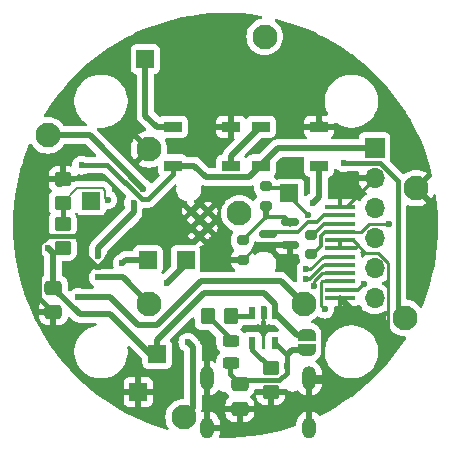
<source format=gbr>
%TF.GenerationSoftware,KiCad,Pcbnew,8.0.0*%
%TF.CreationDate,2024-03-22T20:52:57+01:00*%
%TF.ProjectId,rotatror,726f7461-7472-46f7-922e-6b696361645f,rev?*%
%TF.SameCoordinates,Original*%
%TF.FileFunction,Copper,L2,Bot*%
%TF.FilePolarity,Positive*%
%FSLAX46Y46*%
G04 Gerber Fmt 4.6, Leading zero omitted, Abs format (unit mm)*
G04 Created by KiCad (PCBNEW 8.0.0) date 2024-03-22 20:52:57*
%MOMM*%
%LPD*%
G01*
G04 APERTURE LIST*
G04 Aperture macros list*
%AMRoundRect*
0 Rectangle with rounded corners*
0 $1 Rounding radius*
0 $2 $3 $4 $5 $6 $7 $8 $9 X,Y pos of 4 corners*
0 Add a 4 corners polygon primitive as box body*
4,1,4,$2,$3,$4,$5,$6,$7,$8,$9,$2,$3,0*
0 Add four circle primitives for the rounded corners*
1,1,$1+$1,$2,$3*
1,1,$1+$1,$4,$5*
1,1,$1+$1,$6,$7*
1,1,$1+$1,$8,$9*
0 Add four rect primitives between the rounded corners*
20,1,$1+$1,$2,$3,$4,$5,0*
20,1,$1+$1,$4,$5,$6,$7,0*
20,1,$1+$1,$6,$7,$8,$9,0*
20,1,$1+$1,$8,$9,$2,$3,0*%
%AMFreePoly0*
4,1,19,0.500000,-0.750000,0.000000,-0.750000,0.000000,-0.744911,-0.071157,-0.744911,-0.207708,-0.704816,-0.327430,-0.627875,-0.420627,-0.520320,-0.479746,-0.390866,-0.500000,-0.250000,-0.500000,0.250000,-0.479746,0.390866,-0.420627,0.520320,-0.327430,0.627875,-0.207708,0.704816,-0.071157,0.744911,0.000000,0.744911,0.000000,0.750000,0.500000,0.750000,0.500000,-0.750000,0.500000,-0.750000,
$1*%
%AMFreePoly1*
4,1,19,0.000000,0.744911,0.071157,0.744911,0.207708,0.704816,0.327430,0.627875,0.420627,0.520320,0.479746,0.390866,0.500000,0.250000,0.500000,-0.250000,0.479746,-0.390866,0.420627,-0.520320,0.327430,-0.627875,0.207708,-0.704816,0.071157,-0.744911,0.000000,-0.744911,0.000000,-0.750000,-0.500000,-0.750000,-0.500000,0.750000,0.000000,0.750000,0.000000,0.744911,0.000000,0.744911,
$1*%
G04 Aperture macros list end*
%TA.AperFunction,SMDPad,CuDef*%
%ADD10R,2.500000X0.350000*%
%TD*%
%TA.AperFunction,SMDPad,CuDef*%
%ADD11RoundRect,0.200000X0.275000X-0.200000X0.275000X0.200000X-0.275000X0.200000X-0.275000X-0.200000X0*%
%TD*%
%TA.AperFunction,SMDPad,CuDef*%
%ADD12RoundRect,0.150000X0.587500X0.150000X-0.587500X0.150000X-0.587500X-0.150000X0.587500X-0.150000X0*%
%TD*%
%TA.AperFunction,SMDPad,CuDef*%
%ADD13RoundRect,0.250000X0.450000X-0.350000X0.450000X0.350000X-0.450000X0.350000X-0.450000X-0.350000X0*%
%TD*%
%TA.AperFunction,SMDPad,CuDef*%
%ADD14R,1.500000X1.500000*%
%TD*%
%TA.AperFunction,ComponentPad*%
%ADD15O,1.200000X2.000000*%
%TD*%
%TA.AperFunction,ComponentPad*%
%ADD16O,1.200000X1.800000*%
%TD*%
%TA.AperFunction,ComponentPad*%
%ADD17R,1.700000X1.700000*%
%TD*%
%TA.AperFunction,ComponentPad*%
%ADD18O,1.700000X1.700000*%
%TD*%
%TA.AperFunction,HeatsinkPad*%
%ADD19C,0.600000*%
%TD*%
%TA.AperFunction,SMDPad,CuDef*%
%ADD20RoundRect,0.250000X-0.350000X-0.450000X0.350000X-0.450000X0.350000X0.450000X-0.350000X0.450000X0*%
%TD*%
%TA.AperFunction,SMDPad,CuDef*%
%ADD21R,1.500000X0.900000*%
%TD*%
%TA.AperFunction,SMDPad,CuDef*%
%ADD22RoundRect,0.250000X-0.475000X0.337500X-0.475000X-0.337500X0.475000X-0.337500X0.475000X0.337500X0*%
%TD*%
%TA.AperFunction,SMDPad,CuDef*%
%ADD23RoundRect,0.250000X-0.450000X0.350000X-0.450000X-0.350000X0.450000X-0.350000X0.450000X0.350000X0*%
%TD*%
%TA.AperFunction,SMDPad,CuDef*%
%ADD24R,0.600000X1.000000*%
%TD*%
%TA.AperFunction,ComponentPad*%
%ADD25C,2.100000*%
%TD*%
%TA.AperFunction,SMDPad,CuDef*%
%ADD26FreePoly0,90.000000*%
%TD*%
%TA.AperFunction,SMDPad,CuDef*%
%ADD27FreePoly1,90.000000*%
%TD*%
%TA.AperFunction,SMDPad,CuDef*%
%ADD28RoundRect,0.250000X0.475000X-0.337500X0.475000X0.337500X-0.475000X0.337500X-0.475000X-0.337500X0*%
%TD*%
%TA.AperFunction,SMDPad,CuDef*%
%ADD29RoundRect,0.243750X-0.456250X0.243750X-0.456250X-0.243750X0.456250X-0.243750X0.456250X0.243750X0*%
%TD*%
%TA.AperFunction,ViaPad*%
%ADD30C,0.600000*%
%TD*%
%TA.AperFunction,Conductor*%
%ADD31C,0.500000*%
%TD*%
%TA.AperFunction,Conductor*%
%ADD32C,0.300000*%
%TD*%
%TA.AperFunction,Conductor*%
%ADD33C,0.250000*%
%TD*%
%TA.AperFunction,Conductor*%
%ADD34C,0.400000*%
%TD*%
%TA.AperFunction,Conductor*%
%ADD35C,0.200000*%
%TD*%
G04 APERTURE END LIST*
D10*
%TO.P,U5,12,GND*%
%TO.N,GND*%
X123675000Y-85850000D03*
%TO.P,U5,11,~{RESET}*%
%TO.N,Net-(U5-~{RESET})*%
X123675000Y-85150000D03*
%TO.P,U5,10,SDI*%
%TO.N,/MOSI*%
X123675000Y-84450000D03*
%TO.P,U5,9,SCK*%
%TO.N,/SCK*%
X123675000Y-83750000D03*
%TO.P,U5,8,~{CS}*%
%TO.N,/TFT_CS*%
X123675000Y-83050000D03*
%TO.P,U5,7,D/C*%
%TO.N,/TFT_DC*%
X123675000Y-82350000D03*
%TO.P,U5,1,GND*%
%TO.N,GND*%
X123675000Y-78150000D03*
%TO.P,U5,2,LEDK*%
%TO.N,/LEDK*%
X123675000Y-78850000D03*
%TO.P,U5,3,LEDA*%
%TO.N,Net-(U5-LEDA)*%
X123675000Y-79550000D03*
%TO.P,U5,4,VDD*%
%TO.N,+3.3VP*%
X123675000Y-80250000D03*
%TO.P,U5,5,GND*%
%TO.N,GND*%
X123675000Y-80950000D03*
%TO.P,U5,6,GND*%
X123675000Y-81650000D03*
%TD*%
D11*
%TO.P,R18,1*%
%TO.N,+3.3VP*%
X121200000Y-82125000D03*
%TO.P,R18,2*%
%TO.N,Net-(U5-LEDA)*%
X121200000Y-80475000D03*
%TD*%
%TO.P,R17,1*%
%TO.N,GND*%
X115425000Y-82625000D03*
%TO.P,R17,2*%
%TO.N,Net-(Q1-G)*%
X115425000Y-80975000D03*
%TD*%
%TO.P,R16,1*%
%TO.N,Net-(Q1-G)*%
X117375000Y-78025000D03*
%TO.P,R16,2*%
%TO.N,/BLK*%
X117375000Y-76375000D03*
%TD*%
D12*
%TO.P,Q1,1,G*%
%TO.N,Net-(Q1-G)*%
X119475000Y-79450000D03*
%TO.P,Q1,2,S*%
%TO.N,GND*%
X119475000Y-81350000D03*
%TO.P,Q1,3,D*%
%TO.N,/LEDK*%
X117600000Y-80400000D03*
%TD*%
D13*
%TO.P,R15,1*%
%TO.N,Net-(U1-GPIO4{slash}TOUCH4{slash}ADC1_CH3)*%
X100200000Y-77800000D03*
%TO.P,R15,2*%
%TO.N,GND*%
X100200000Y-75800000D03*
%TD*%
%TO.P,R14,1*%
%TO.N,+BATT*%
X100200000Y-81600000D03*
%TO.P,R14,2*%
%TO.N,Net-(U1-GPIO4{slash}TOUCH4{slash}ADC1_CH3)*%
X100200000Y-79600000D03*
%TD*%
D14*
%TO.P,TP1,1,1*%
%TO.N,/BLK*%
X119400000Y-77000000D03*
%TD*%
%TO.P,TP6,1,1*%
%TO.N,Net-(U1-GPIO17{slash}U1TXD{slash}ADC2_CH6)*%
X107400000Y-82600000D03*
%TD*%
%TO.P,TP5,1,1*%
%TO.N,Net-(U1-GPIO18{slash}U1RXD{slash}ADC2_CH7{slash}CLK_OUT3)*%
X110600000Y-82600000D03*
%TD*%
D15*
%TO.P,U3,0,0*%
%TO.N,GND*%
X112425000Y-92645500D03*
D16*
X112425000Y-96845500D03*
D15*
X121075000Y-92645500D03*
D16*
X121075000Y-96845500D03*
%TD*%
D17*
%TO.P,J1,1,Pin_1*%
%TO.N,+3.3VP*%
X126600000Y-73180000D03*
D18*
%TO.P,J1,2,Pin_2*%
%TO.N,GND*%
X126600000Y-75720000D03*
%TO.P,J1,3,Pin_3*%
%TO.N,/GPIO43*%
X126600000Y-78260000D03*
%TO.P,J1,4,Pin_4*%
%TO.N,/GPIO44*%
X126600000Y-80800000D03*
%TO.P,J1,5,Pin_5*%
%TO.N,/GPIO40*%
X126600000Y-83340000D03*
%TO.P,J1,6,Pin_6*%
%TO.N,/GPIO39*%
X126600000Y-85880000D03*
%TD*%
D19*
%TO.P,U1,41,GND*%
%TO.N,GND*%
X111100000Y-78510000D03*
X111100000Y-79910000D03*
X111800000Y-79210000D03*
X111800000Y-80610000D03*
X112500000Y-78510000D03*
X112500000Y-79910000D03*
%TD*%
D20*
%TO.P,R12,1*%
%TO.N,Net-(D3-K)*%
X112460000Y-87400000D03*
%TO.P,R12,2*%
%TO.N,Net-(U4-CHRG)*%
X114460000Y-87400000D03*
%TD*%
D21*
%TO.P,D2,1,VDD*%
%TO.N,+3.3VP*%
X109550000Y-74650000D03*
%TO.P,D2,2,DOUT*%
%TO.N,Net-(D2-DOUT)*%
X109550000Y-71350000D03*
%TO.P,D2,3,VSS*%
%TO.N,GND*%
X114450000Y-71350000D03*
%TO.P,D2,4,DIN*%
%TO.N,Net-(D1-DOUT)*%
X114450000Y-74650000D03*
%TD*%
D22*
%TO.P,C3,1*%
%TO.N,+5VD*%
X115200000Y-93162500D03*
%TO.P,C3,2*%
%TO.N,GND*%
X115200000Y-95237500D03*
%TD*%
D23*
%TO.P,R13,1*%
%TO.N,Net-(U4-PROG)*%
X117800000Y-91800000D03*
%TO.P,R13,2*%
%TO.N,GND*%
X117800000Y-93800000D03*
%TD*%
D14*
%TO.P,LED,1,1*%
%TO.N,Net-(D2-DOUT)*%
X107200000Y-65600000D03*
%TD*%
D24*
%TO.P,U4,1,CHRG*%
%TO.N,Net-(U4-CHRG)*%
X116250000Y-87100000D03*
%TO.P,U4,2,GND*%
%TO.N,GND*%
X117200000Y-87100000D03*
%TO.P,U4,3,BAT*%
%TO.N,+BATT*%
X118150000Y-87100000D03*
%TO.P,U4,4,VCC*%
%TO.N,+5VD*%
X118150000Y-89700000D03*
%TO.P,U4,5,PROG*%
%TO.N,Net-(U4-PROG)*%
X116250000Y-89700000D03*
%TD*%
D25*
%TO.P,S1,A*%
%TO.N,Net-(R10-Pad2)*%
X120595620Y-86345620D03*
%TO.P,S1,B*%
%TO.N,Net-(R11-Pad2)*%
X107500000Y-86345620D03*
%TO.P,S1,COM_A*%
%TO.N,GND*%
X107500000Y-73250000D03*
%TO.P,S1,COM_B*%
X130127410Y-76545120D03*
%TO.P,S1,S1*%
%TO.N,/S_1*%
X115157970Y-78687650D03*
%TO.P,S1,S2*%
%TO.N,/S_2*%
X129158710Y-87526480D03*
%TO.P,S1,S3*%
%TO.N,/S_3*%
X110441570Y-95948110D03*
%TO.P,S1,S4*%
%TO.N,/S_4*%
X98936910Y-72069140D03*
%TO.P,S1,S5*%
%TO.N,/S_5*%
X117300500Y-63718210D03*
%TD*%
D14*
%TO.P,GND,1,1*%
%TO.N,GND*%
X106600000Y-93800000D03*
%TD*%
%TO.P,+BAT,1,1*%
%TO.N,+BATT*%
X108200000Y-90600000D03*
%TD*%
D26*
%TO.P,JP2,1,A*%
%TO.N,+5VD*%
X120850000Y-90250000D03*
D27*
%TO.P,JP2,2,B*%
%TO.N,+BATT*%
X120850000Y-88950000D03*
%TD*%
D28*
%TO.P,C5,1*%
%TO.N,GND*%
X99400000Y-87037500D03*
%TO.P,C5,2*%
%TO.N,+BATT*%
X99400000Y-84962500D03*
%TD*%
D14*
%TO.P,RES,1,1*%
%TO.N,Net-(U1-EN)*%
X102600000Y-77600000D03*
%TD*%
D21*
%TO.P,D1,1,VDD*%
%TO.N,+3.3VP*%
X117000000Y-74650000D03*
%TO.P,D1,2,DOUT*%
%TO.N,Net-(D1-DOUT)*%
X117000000Y-71350000D03*
%TO.P,D1,3,VSS*%
%TO.N,GND*%
X121900000Y-71350000D03*
%TO.P,D1,4,DIN*%
%TO.N,/LED_IO42*%
X121900000Y-74650000D03*
%TD*%
D29*
%TO.P,D3,1,K*%
%TO.N,Net-(D3-K)*%
X114420000Y-89482500D03*
%TO.P,D3,2,A*%
%TO.N,+5VD*%
X114420000Y-91357500D03*
%TD*%
D30*
%TO.N,Net-(U5-~{RESET})*%
X125727032Y-84647968D03*
%TO.N,GND*%
X129200000Y-74000000D03*
X127600000Y-71000000D03*
%TO.N,/SCK*%
X121475000Y-84825000D03*
%TO.N,+3.3VP*%
X127800000Y-79600000D03*
%TO.N,/TFT_DC*%
X120800000Y-83400000D03*
%TO.N,/TFT_CS*%
X120800000Y-84200000D03*
%TO.N,/MOSI*%
X122400000Y-86800000D03*
%TO.N,/BLK*%
X121000000Y-78800000D03*
%TO.N,Net-(U1-GPIO4{slash}TOUCH4{slash}ADC1_CH3)*%
X103999998Y-77544912D03*
%TO.N,Net-(U1-GPIO18{slash}U1RXD{slash}ADC2_CH7{slash}CLK_OUT3)*%
X109000000Y-84600000D03*
%TO.N,Net-(U1-GPIO17{slash}U1TXD{slash}ADC2_CH6)*%
X105250000Y-82920000D03*
%TO.N,GND*%
X119400000Y-75000000D03*
%TO.N,/S_4*%
X107000000Y-76600000D03*
%TO.N,/S_3*%
X110800000Y-89600000D03*
%TO.N,/S_ROTB*%
X103200000Y-82287500D03*
X106200000Y-77800000D03*
%TO.N,/S_2*%
X124000000Y-74400000D03*
%TO.N,Net-(U1-EN)*%
X102600000Y-77600000D03*
%TO.N,GND*%
X109800000Y-92400000D03*
X97600000Y-74800000D03*
X118800000Y-71000000D03*
X122000000Y-71000000D03*
X114450000Y-71350000D03*
X117200000Y-86800000D03*
X100000000Y-76200000D03*
X102000000Y-81200000D03*
X111400000Y-71000000D03*
%TO.N,+3.3VP*%
X101800000Y-74600000D03*
%TO.N,+5VD*%
X114349998Y-91577500D03*
X119149998Y-91577500D03*
%TO.N,Net-(R10-Pad2)*%
X101487500Y-85800000D03*
%TO.N,Net-(R11-Pad2)*%
X103200000Y-84112500D03*
%TO.N,/LED_IO42*%
X121400000Y-77800000D03*
%TO.N,+BATT*%
X98925000Y-81600000D03*
%TD*%
D31*
%TO.N,Net-(Q1-G)*%
X117375000Y-79025000D02*
X117375000Y-78025000D01*
D32*
X117375000Y-79025000D02*
X119050000Y-79025000D01*
X119050000Y-79025000D02*
X119475000Y-79450000D01*
X115425000Y-80975000D02*
X117375000Y-79025000D01*
X119475000Y-79450000D02*
X119475000Y-79650000D01*
D31*
%TO.N,GND*%
X127375000Y-88200000D02*
X127775000Y-88600000D01*
X123675000Y-85850000D02*
X126025000Y-88200000D01*
X126025000Y-88200000D02*
X127375000Y-88200000D01*
D33*
X127775000Y-88600000D02*
X127775000Y-90642577D01*
X127775000Y-82853299D02*
X127775000Y-88600000D01*
D32*
%TO.N,Net-(U5-~{RESET})*%
X125000000Y-85150000D02*
X125225000Y-85150000D01*
X125000000Y-85150000D02*
X123675000Y-85150000D01*
X125727032Y-84647968D02*
X125225000Y-85150000D01*
D33*
%TO.N,GND*%
X116850000Y-81200000D02*
X115425000Y-82625000D01*
X119125000Y-81200000D02*
X116850000Y-81200000D01*
D32*
%TO.N,/LEDK*%
X120100000Y-80300000D02*
X117600000Y-80300000D01*
X120950000Y-79450000D02*
X120100000Y-80300000D01*
X122350000Y-78850000D02*
X121750000Y-79450000D01*
X121750000Y-79450000D02*
X120950000Y-79450000D01*
X123675000Y-78850000D02*
X122350000Y-78850000D01*
D33*
%TO.N,/SCK*%
X121475648Y-84449352D02*
X121475648Y-84824352D01*
X121475648Y-84824352D02*
X121475000Y-84825000D01*
%TO.N,GND*%
X124950000Y-81650000D02*
X125200000Y-81400000D01*
X123675000Y-81650000D02*
X124950000Y-81650000D01*
X125200000Y-81400000D02*
X125800000Y-82000000D01*
X124750000Y-80950000D02*
X125200000Y-81400000D01*
X123675000Y-80950000D02*
X123675000Y-81650000D01*
X121429500Y-93000000D02*
X121075000Y-92645500D01*
X127775000Y-90642577D02*
X125417577Y-93000000D01*
X126921701Y-82000000D02*
X127775000Y-82853299D01*
X125800000Y-82000000D02*
X126921701Y-82000000D01*
X125417577Y-93000000D02*
X121429500Y-93000000D01*
X123675000Y-80950000D02*
X124750000Y-80950000D01*
%TO.N,+3.3VP*%
X126138299Y-79600000D02*
X127800000Y-79600000D01*
X125488299Y-80250000D02*
X126138299Y-79600000D01*
X123675000Y-80250000D02*
X125488299Y-80250000D01*
%TO.N,GND*%
X124170000Y-78150000D02*
X123675000Y-78150000D01*
X126600000Y-75720000D02*
X124170000Y-78150000D01*
%TO.N,/TFT_DC*%
X121148004Y-83400000D02*
X120800000Y-83400000D01*
X122198004Y-82350000D02*
X121148004Y-83400000D01*
X123675000Y-82350000D02*
X122198004Y-82350000D01*
%TO.N,/TFT_CS*%
X121088604Y-84200000D02*
X120800000Y-84200000D01*
X122238604Y-83050000D02*
X121088604Y-84200000D01*
X123675000Y-83050000D02*
X122238604Y-83050000D01*
%TO.N,/SCK*%
X122175000Y-83750000D02*
X121475648Y-84449352D01*
X123675000Y-83750000D02*
X122175000Y-83750000D01*
%TO.N,/MOSI*%
X122100000Y-86500000D02*
X122400000Y-86800000D01*
X122100000Y-84525000D02*
X122100000Y-86500000D01*
X122175000Y-84450000D02*
X122100000Y-84525000D01*
X123675000Y-84450000D02*
X122175000Y-84450000D01*
D32*
%TO.N,/TFT_CS*%
X123675000Y-83050000D02*
X122440464Y-83050000D01*
%TO.N,/SCK*%
X123675000Y-83750000D02*
X122450000Y-83750000D01*
%TO.N,/TFT_DC*%
X123675000Y-82350000D02*
X122433358Y-82350000D01*
%TO.N,/BLK*%
X119400000Y-77200000D02*
X121000000Y-78800000D01*
X119400000Y-77000000D02*
X119400000Y-77200000D01*
X118975000Y-76575000D02*
X119400000Y-77000000D01*
X117375000Y-76575000D02*
X118975000Y-76575000D01*
%TO.N,+3.3VP*%
X122425000Y-80250000D02*
X123675000Y-80250000D01*
X122075000Y-80600000D02*
X122425000Y-80250000D01*
X122075000Y-81450000D02*
X122075000Y-80600000D01*
X121200000Y-82325000D02*
X122075000Y-81450000D01*
%TO.N,Net-(U5-LEDA)*%
X122357106Y-79550000D02*
X121232106Y-80675000D01*
X121232106Y-80675000D02*
X121200000Y-80675000D01*
X123675000Y-79550000D02*
X122357106Y-79550000D01*
D34*
%TO.N,/S_2*%
X128600000Y-75952233D02*
X128600000Y-86967770D01*
X124030000Y-74430000D02*
X127077767Y-74430000D01*
X127077767Y-74430000D02*
X128600000Y-75952233D01*
X124000000Y-74400000D02*
X124030000Y-74430000D01*
X128600000Y-86967770D02*
X129158710Y-87526480D01*
D35*
%TO.N,Net-(U1-GPIO4{slash}TOUCH4{slash}ADC1_CH3)*%
X103800000Y-76750000D02*
X103600000Y-76550000D01*
X103800000Y-77344914D02*
X103800000Y-76750000D01*
X103999998Y-77544912D02*
X103800000Y-77344914D01*
X101450000Y-76550000D02*
X103600000Y-76550000D01*
X100200000Y-77800000D02*
X101450000Y-76550000D01*
D34*
X100200000Y-77800000D02*
X100200000Y-79600000D01*
%TO.N,GND*%
X101400000Y-80600000D02*
X102000000Y-81200000D01*
X98225000Y-81310050D02*
X98935050Y-80600000D01*
X98225000Y-85862500D02*
X98225000Y-81310050D01*
X99400000Y-87037500D02*
X98225000Y-85862500D01*
X98935050Y-80600000D02*
X101400000Y-80600000D01*
D31*
%TO.N,Net-(U1-GPIO18{slash}U1RXD{slash}ADC2_CH7{slash}CLK_OUT3)*%
X110600000Y-83000000D02*
X109000000Y-84600000D01*
X110600000Y-82600000D02*
X110600000Y-83000000D01*
%TO.N,Net-(U1-GPIO17{slash}U1TXD{slash}ADC2_CH6)*%
X105570000Y-82600000D02*
X105250000Y-82920000D01*
X107400000Y-82600000D02*
X105570000Y-82600000D01*
%TO.N,GND*%
X106490000Y-79910000D02*
X111100000Y-79910000D01*
X103950000Y-82450000D02*
X106490000Y-79910000D01*
X103950000Y-82598161D02*
X103950000Y-82450000D01*
X103348161Y-83200000D02*
X103950000Y-82598161D01*
X102000000Y-82148161D02*
X103051839Y-83200000D01*
X102000000Y-81200000D02*
X102000000Y-82148161D01*
X103051839Y-83200000D02*
X103348161Y-83200000D01*
%TO.N,Net-(D2-DOUT)*%
X107200000Y-70400000D02*
X107200000Y-65600000D01*
X109550000Y-71350000D02*
X108150000Y-71350000D01*
X108150000Y-71350000D02*
X107200000Y-70400000D01*
%TO.N,+BATT*%
X104200000Y-87200000D02*
X101637500Y-87200000D01*
X107600000Y-90600000D02*
X104200000Y-87200000D01*
X101637500Y-87200000D02*
X99400000Y-84962500D01*
X108200000Y-90600000D02*
X107600000Y-90600000D01*
%TO.N,Net-(R10-Pad2)*%
X104200000Y-85800000D02*
X101487500Y-85800000D01*
X111900000Y-84400000D02*
X108150000Y-88150000D01*
X118650000Y-84400000D02*
X111900000Y-84400000D01*
X106550000Y-88150000D02*
X104200000Y-85800000D01*
X120595620Y-86345620D02*
X118650000Y-84400000D01*
X108150000Y-88150000D02*
X106550000Y-88150000D01*
%TO.N,+BATT*%
X99400000Y-82075000D02*
X99400000Y-84962500D01*
X99400000Y-82075000D02*
X98925000Y-81600000D01*
%TO.N,/S_4*%
X102469140Y-72069140D02*
X107000000Y-76600000D01*
X98936910Y-72069140D02*
X102469140Y-72069140D01*
%TO.N,/S_3*%
X111200000Y-95189680D02*
X110441570Y-95948110D01*
X110800000Y-89600000D02*
X111200000Y-90000000D01*
X111200000Y-90000000D02*
X111200000Y-95189680D01*
%TO.N,/S_ROTB*%
X106200000Y-77800000D02*
X106200000Y-78600000D01*
X103200000Y-81600000D02*
X103200000Y-82287500D01*
X106200000Y-78600000D02*
X103200000Y-81600000D01*
%TO.N,/S_2*%
X129158710Y-87526480D02*
X128839570Y-87845620D01*
D35*
%TO.N,GND*%
X108400000Y-93800000D02*
X106600000Y-93800000D01*
X109800000Y-92400000D02*
X108400000Y-93800000D01*
D31*
%TO.N,+3.3VP*%
X116000000Y-75600000D02*
X117000000Y-74600000D01*
X112300000Y-75600000D02*
X116000000Y-75600000D01*
D34*
X103989950Y-74600000D02*
X101800000Y-74600000D01*
D31*
X109550000Y-74650000D02*
X111350000Y-74650000D01*
D34*
X107389950Y-77510050D02*
X106900000Y-77510050D01*
D31*
X111350000Y-74650000D02*
X112300000Y-75600000D01*
X118420000Y-73180000D02*
X117000000Y-74600000D01*
D34*
X109550000Y-75350000D02*
X107389950Y-77510050D01*
D31*
X118800000Y-73180000D02*
X118420000Y-73180000D01*
D34*
X106900000Y-77510050D02*
X103989950Y-74600000D01*
D31*
X118800000Y-73180000D02*
X126600000Y-73180000D01*
D34*
X109550000Y-74650000D02*
X109550000Y-75350000D01*
%TO.N,+5VD*%
X119149998Y-90699998D02*
X119149998Y-91577500D01*
X118526166Y-92800000D02*
X115562500Y-92800000D01*
X115562500Y-92800000D02*
X115200000Y-93162500D01*
D31*
X120850000Y-90250000D02*
X119599996Y-90250000D01*
D34*
X119149998Y-91577500D02*
X119149998Y-92176168D01*
X118150000Y-89700000D02*
X119149998Y-90699998D01*
D31*
X119599996Y-90250000D02*
X119149998Y-90699998D01*
D34*
X119149998Y-92176168D02*
X118526166Y-92800000D01*
X114349998Y-92312498D02*
X115200000Y-93162500D01*
X114349998Y-91577500D02*
X114349998Y-92312498D01*
D31*
%TO.N,Net-(R11-Pad2)*%
X107500000Y-86345620D02*
X105266880Y-84112500D01*
X105266880Y-84112500D02*
X103200000Y-84112500D01*
%TO.N,/LED_IO42*%
X121900000Y-74600000D02*
X121900000Y-77300000D01*
X121900000Y-77300000D02*
X121400000Y-77800000D01*
%TO.N,Net-(D1-DOUT)*%
X114450000Y-73850000D02*
X117000000Y-71300000D01*
X114450000Y-74650000D02*
X114450000Y-73850000D01*
%TO.N,+BATT*%
X120000000Y-88950000D02*
X118150000Y-87100000D01*
X108200000Y-89400000D02*
X112200000Y-85400000D01*
X120850000Y-88950000D02*
X120000000Y-88950000D01*
X117200000Y-85400000D02*
X118150000Y-86350000D01*
X108200000Y-90600000D02*
X108200000Y-89400000D01*
X118150000Y-86350000D02*
X118150000Y-87100000D01*
X112200000Y-85400000D02*
X117200000Y-85400000D01*
D34*
%TO.N,Net-(D3-K)*%
X114420000Y-89482500D02*
X114420000Y-89360000D01*
X114420000Y-89360000D02*
X112460000Y-87400000D01*
%TO.N,Net-(U4-CHRG)*%
X114460000Y-87400000D02*
X115950000Y-87400000D01*
X115950000Y-87400000D02*
X116250000Y-87100000D01*
%TO.N,Net-(U4-PROG)*%
X117800000Y-91800000D02*
X116250000Y-90250000D01*
X116250000Y-90250000D02*
X116250000Y-89700000D01*
%TD*%
%TA.AperFunction,Conductor*%
%TO.N,GND*%
G36*
X123793039Y-85845184D02*
G01*
X123838794Y-85897988D01*
X123850000Y-85949499D01*
X123850000Y-86525000D01*
X124972828Y-86525000D01*
X124972844Y-86524999D01*
X125032372Y-86518598D01*
X125032379Y-86518596D01*
X125167086Y-86468354D01*
X125167089Y-86468352D01*
X125205863Y-86439326D01*
X125271327Y-86414908D01*
X125339600Y-86429759D01*
X125389006Y-86479163D01*
X125392557Y-86486187D01*
X125423306Y-86552128D01*
X125425965Y-86557829D01*
X125425967Y-86557834D01*
X125534281Y-86712521D01*
X125561505Y-86751401D01*
X125728599Y-86918495D01*
X125807868Y-86974000D01*
X125922165Y-87054032D01*
X125922167Y-87054033D01*
X125922170Y-87054035D01*
X126136337Y-87153903D01*
X126364592Y-87215063D01*
X126552918Y-87231539D01*
X126599999Y-87235659D01*
X126600000Y-87235659D01*
X126600001Y-87235659D01*
X126639234Y-87232226D01*
X126835408Y-87215063D01*
X127063663Y-87153903D01*
X127277830Y-87054035D01*
X127471401Y-86918495D01*
X127475972Y-86913923D01*
X127537291Y-86880436D01*
X127606983Y-86885417D01*
X127662919Y-86927285D01*
X127687340Y-86992748D01*
X127679574Y-87040743D01*
X127681047Y-87041222D01*
X127679540Y-87045858D01*
X127622563Y-87283182D01*
X127603416Y-87526480D01*
X127622563Y-87769777D01*
X127622563Y-87769780D01*
X127622564Y-87769782D01*
X127679279Y-88006015D01*
X127679540Y-88007099D01*
X127772932Y-88232569D01*
X127900447Y-88440653D01*
X127900448Y-88440656D01*
X127922831Y-88466863D01*
X128058951Y-88626239D01*
X128187103Y-88735691D01*
X128244533Y-88784741D01*
X128244536Y-88784742D01*
X128452620Y-88912257D01*
X128678091Y-89005649D01*
X128678088Y-89005649D01*
X128678094Y-89005650D01*
X128678098Y-89005652D01*
X128915408Y-89062626D01*
X129147985Y-89080929D01*
X129213272Y-89105813D01*
X129254743Y-89162043D01*
X129259230Y-89231769D01*
X129244660Y-89268217D01*
X129226047Y-89299323D01*
X129222946Y-89304241D01*
X128759367Y-90002458D01*
X128756038Y-90007225D01*
X128260246Y-90682937D01*
X128256698Y-90687542D01*
X127729781Y-91339272D01*
X127726025Y-91343701D01*
X127504960Y-91592328D01*
X127169129Y-91970028D01*
X127165165Y-91974280D01*
X126579536Y-92573803D01*
X126575377Y-92577866D01*
X125962277Y-93149293D01*
X125957932Y-93153156D01*
X125318732Y-93695208D01*
X125314211Y-93698863D01*
X124650307Y-94210358D01*
X124645620Y-94213797D01*
X123958475Y-94693609D01*
X123953632Y-94696825D01*
X123244733Y-95143914D01*
X123239744Y-95146899D01*
X122510695Y-95560252D01*
X122505572Y-95563001D01*
X122016612Y-95810696D01*
X121947912Y-95823431D01*
X121883234Y-95797003D01*
X121872895Y-95787760D01*
X121791602Y-95706467D01*
X121651524Y-95604695D01*
X121497257Y-95526091D01*
X121332589Y-95472587D01*
X121332581Y-95472585D01*
X121325000Y-95471384D01*
X121325000Y-96056014D01*
X121305315Y-96123053D01*
X121252511Y-96168808D01*
X121251789Y-96169135D01*
X121235659Y-96176376D01*
X121229394Y-96172759D01*
X121127661Y-96145500D01*
X121022339Y-96145500D01*
X120920606Y-96172759D01*
X120839941Y-96219330D01*
X120829802Y-96203330D01*
X120825000Y-96169157D01*
X120825000Y-95471384D01*
X120824999Y-95471384D01*
X120817418Y-95472585D01*
X120817410Y-95472587D01*
X120652742Y-95526091D01*
X120498475Y-95604695D01*
X120358397Y-95706467D01*
X120235967Y-95828897D01*
X120134195Y-95968975D01*
X120055591Y-96123242D01*
X120002085Y-96287915D01*
X119975000Y-96458928D01*
X119975000Y-96585838D01*
X119955315Y-96652877D01*
X119902511Y-96698632D01*
X119890973Y-96703218D01*
X119404131Y-96869009D01*
X119398585Y-96870754D01*
X118593442Y-97103442D01*
X118587821Y-97104925D01*
X117772634Y-97299624D01*
X117766949Y-97300841D01*
X116943572Y-97457108D01*
X116937837Y-97458058D01*
X116108016Y-97575565D01*
X116102241Y-97576245D01*
X115267838Y-97654724D01*
X115262039Y-97655133D01*
X114424853Y-97694417D01*
X114419041Y-97694553D01*
X113580959Y-97694553D01*
X113575132Y-97694416D01*
X113568160Y-97694088D01*
X113502119Y-97671275D01*
X113458897Y-97616379D01*
X113452214Y-97546830D01*
X113456056Y-97531906D01*
X113497914Y-97403084D01*
X113525000Y-97232071D01*
X113525000Y-97095500D01*
X112825000Y-97095500D01*
X112825000Y-96595500D01*
X113525000Y-96595500D01*
X113525000Y-96458928D01*
X113497914Y-96287915D01*
X113444408Y-96123242D01*
X113365804Y-95968975D01*
X113264032Y-95828897D01*
X113141602Y-95706467D01*
X113001524Y-95604695D01*
X112847257Y-95526091D01*
X112728486Y-95487500D01*
X113975001Y-95487500D01*
X113975001Y-95624986D01*
X113985494Y-95727697D01*
X114040641Y-95894119D01*
X114040643Y-95894124D01*
X114132684Y-96043345D01*
X114256654Y-96167315D01*
X114405875Y-96259356D01*
X114405880Y-96259358D01*
X114572302Y-96314505D01*
X114572309Y-96314506D01*
X114675019Y-96324999D01*
X114949999Y-96324999D01*
X114950000Y-96324998D01*
X114950000Y-95487500D01*
X115450000Y-95487500D01*
X115450000Y-96324999D01*
X115724972Y-96324999D01*
X115724986Y-96324998D01*
X115827697Y-96314505D01*
X115994119Y-96259358D01*
X115994124Y-96259356D01*
X116143345Y-96167315D01*
X116267315Y-96043345D01*
X116359356Y-95894124D01*
X116359358Y-95894119D01*
X116414505Y-95727697D01*
X116414506Y-95727690D01*
X116424999Y-95624986D01*
X116425000Y-95624973D01*
X116425000Y-95487500D01*
X115450000Y-95487500D01*
X114950000Y-95487500D01*
X113975001Y-95487500D01*
X112728486Y-95487500D01*
X112682589Y-95472587D01*
X112682581Y-95472585D01*
X112675000Y-95471384D01*
X112675000Y-96229814D01*
X112670606Y-96225420D01*
X112579394Y-96172759D01*
X112477661Y-96145500D01*
X112372339Y-96145500D01*
X112270606Y-96172759D01*
X112179394Y-96225420D01*
X112175000Y-96229814D01*
X112175000Y-95471384D01*
X112174999Y-95471384D01*
X112167418Y-95472585D01*
X112167413Y-95472586D01*
X112092277Y-95496999D01*
X112022435Y-95498993D01*
X111962603Y-95462911D01*
X111931776Y-95400210D01*
X111932342Y-95354877D01*
X111950500Y-95263598D01*
X111950500Y-94218605D01*
X111970185Y-94151566D01*
X112022989Y-94105811D01*
X112092147Y-94095867D01*
X112112819Y-94100674D01*
X112167417Y-94118414D01*
X112174999Y-94119615D01*
X112175000Y-94119614D01*
X112175000Y-93361186D01*
X112179394Y-93365580D01*
X112270606Y-93418241D01*
X112372339Y-93445500D01*
X112477661Y-93445500D01*
X112579394Y-93418241D01*
X112670606Y-93365580D01*
X112675000Y-93361186D01*
X112675000Y-94119615D01*
X112682584Y-94118414D01*
X112847255Y-94064908D01*
X113001524Y-93986304D01*
X113141602Y-93884532D01*
X113264036Y-93762098D01*
X113319090Y-93686321D01*
X113374419Y-93643655D01*
X113444032Y-93637674D01*
X113488300Y-93656103D01*
X113553707Y-93699807D01*
X113553713Y-93699810D01*
X113553714Y-93699811D01*
X113667548Y-93746963D01*
X113788389Y-93770999D01*
X113788393Y-93771000D01*
X113788394Y-93771000D01*
X113911606Y-93771000D01*
X113915069Y-93770311D01*
X113916922Y-93770476D01*
X113917671Y-93770403D01*
X113917684Y-93770544D01*
X113984660Y-93776532D01*
X114039841Y-93819390D01*
X114044808Y-93826827D01*
X114132288Y-93968656D01*
X114256344Y-94092712D01*
X114259628Y-94094737D01*
X114259653Y-94094753D01*
X114261445Y-94096746D01*
X114262011Y-94097193D01*
X114261934Y-94097289D01*
X114306379Y-94146699D01*
X114317603Y-94215661D01*
X114289761Y-94279744D01*
X114259665Y-94305826D01*
X114256660Y-94307679D01*
X114256655Y-94307683D01*
X114132684Y-94431654D01*
X114040643Y-94580875D01*
X114040641Y-94580880D01*
X113985494Y-94747302D01*
X113985493Y-94747309D01*
X113975000Y-94850013D01*
X113975000Y-94987500D01*
X116424999Y-94987500D01*
X116424999Y-94850028D01*
X116424998Y-94850013D01*
X116414505Y-94747302D01*
X116359358Y-94580880D01*
X116359356Y-94580875D01*
X116267315Y-94431654D01*
X116143344Y-94307683D01*
X116143341Y-94307681D01*
X116140339Y-94305829D01*
X116138713Y-94304021D01*
X116137677Y-94303202D01*
X116137817Y-94303024D01*
X116093617Y-94253880D01*
X116082397Y-94184917D01*
X116110243Y-94120836D01*
X116140344Y-94094754D01*
X116143656Y-94092712D01*
X116186368Y-94050000D01*
X116600001Y-94050000D01*
X116600001Y-94199986D01*
X116610494Y-94302697D01*
X116665641Y-94469119D01*
X116665643Y-94469124D01*
X116757684Y-94618345D01*
X116881654Y-94742315D01*
X117030875Y-94834356D01*
X117030880Y-94834358D01*
X117197302Y-94889505D01*
X117197309Y-94889506D01*
X117300019Y-94899999D01*
X117549999Y-94899999D01*
X117550000Y-94899998D01*
X117550000Y-94050000D01*
X118050000Y-94050000D01*
X118050000Y-94899999D01*
X118299972Y-94899999D01*
X118299986Y-94899998D01*
X118402697Y-94889505D01*
X118569119Y-94834358D01*
X118569124Y-94834356D01*
X118718345Y-94742315D01*
X118842315Y-94618345D01*
X118934356Y-94469124D01*
X118934358Y-94469119D01*
X118989505Y-94302697D01*
X118989506Y-94302690D01*
X118999999Y-94199986D01*
X119000000Y-94199973D01*
X119000000Y-94050000D01*
X118050000Y-94050000D01*
X117550000Y-94050000D01*
X116600001Y-94050000D01*
X116186368Y-94050000D01*
X116267712Y-93968656D01*
X116359814Y-93819334D01*
X116414999Y-93652797D01*
X116415153Y-93651282D01*
X116415510Y-93650408D01*
X116416417Y-93646173D01*
X116417171Y-93646334D01*
X116441542Y-93586590D01*
X116498719Y-93546433D01*
X116568530Y-93543562D01*
X116579907Y-93550000D01*
X119002264Y-93550000D01*
X119058593Y-93519241D01*
X119128285Y-93524225D01*
X119172634Y-93552726D01*
X119251263Y-93631355D01*
X119251267Y-93631358D01*
X119353707Y-93699807D01*
X119353713Y-93699810D01*
X119353714Y-93699811D01*
X119467548Y-93746963D01*
X119588389Y-93770999D01*
X119588393Y-93771000D01*
X119588394Y-93771000D01*
X119711607Y-93771000D01*
X119711608Y-93770999D01*
X119832452Y-93746963D01*
X119946286Y-93699811D01*
X119946291Y-93699807D01*
X119946294Y-93699806D01*
X120011698Y-93656104D01*
X120078375Y-93635225D01*
X120145756Y-93653709D01*
X120180909Y-93686320D01*
X120235967Y-93762102D01*
X120358397Y-93884532D01*
X120498475Y-93986304D01*
X120652744Y-94064908D01*
X120817415Y-94118414D01*
X120817414Y-94118414D01*
X120824999Y-94119615D01*
X120825000Y-94119614D01*
X120825000Y-93361186D01*
X120829394Y-93365580D01*
X120920606Y-93418241D01*
X121022339Y-93445500D01*
X121127661Y-93445500D01*
X121229394Y-93418241D01*
X121320606Y-93365580D01*
X121325000Y-93361186D01*
X121325000Y-94119615D01*
X121332584Y-94118414D01*
X121497255Y-94064908D01*
X121651524Y-93986304D01*
X121791602Y-93884532D01*
X121914032Y-93762102D01*
X122015804Y-93622024D01*
X122094408Y-93467757D01*
X122147914Y-93303084D01*
X122175000Y-93132071D01*
X122175000Y-92895500D01*
X121475000Y-92895500D01*
X121475000Y-92395500D01*
X122175000Y-92395500D01*
X122175000Y-92158928D01*
X122147914Y-91987915D01*
X122094408Y-91823242D01*
X122015804Y-91668975D01*
X121914032Y-91528897D01*
X121791602Y-91406467D01*
X121651515Y-91304689D01*
X121649596Y-91303513D01*
X121649020Y-91302876D01*
X121647584Y-91301833D01*
X121647803Y-91301531D01*
X121602723Y-91251699D01*
X121591304Y-91182769D01*
X121618964Y-91118608D01*
X121647349Y-91093476D01*
X121704130Y-91056986D01*
X121812791Y-90962832D01*
X121812794Y-90962829D01*
X121907015Y-90854091D01*
X121984747Y-90733137D01*
X122044517Y-90602259D01*
X122059297Y-90551923D01*
X122403910Y-90551923D01*
X122423340Y-90699500D01*
X122442417Y-90844403D01*
X122518771Y-91129361D01*
X122518774Y-91129371D01*
X122631664Y-91401910D01*
X122631668Y-91401920D01*
X122779171Y-91657403D01*
X122958762Y-91891450D01*
X122958768Y-91891457D01*
X123167362Y-92100051D01*
X123167369Y-92100057D01*
X123401416Y-92279648D01*
X123656899Y-92427151D01*
X123656900Y-92427151D01*
X123656903Y-92427153D01*
X123929458Y-92540049D01*
X124214417Y-92616403D01*
X124506904Y-92654910D01*
X124506911Y-92654910D01*
X124801909Y-92654910D01*
X124801916Y-92654910D01*
X125094403Y-92616403D01*
X125379362Y-92540049D01*
X125651917Y-92427153D01*
X125907404Y-92279648D01*
X126141452Y-92100056D01*
X126350056Y-91891452D01*
X126529648Y-91657404D01*
X126677153Y-91401917D01*
X126790049Y-91129362D01*
X126866403Y-90844403D01*
X126904910Y-90551916D01*
X126904910Y-90256904D01*
X126866403Y-89964417D01*
X126790049Y-89679458D01*
X126775573Y-89644511D01*
X126740384Y-89559556D01*
X126677153Y-89406903D01*
X126648523Y-89357315D01*
X126529648Y-89151416D01*
X126350057Y-88917369D01*
X126350051Y-88917362D01*
X126141457Y-88708768D01*
X126141450Y-88708762D01*
X125907403Y-88529171D01*
X125651920Y-88381668D01*
X125651910Y-88381664D01*
X125379371Y-88268774D01*
X125379364Y-88268772D01*
X125379362Y-88268771D01*
X125094403Y-88192417D01*
X125045523Y-88185981D01*
X124801923Y-88153910D01*
X124801916Y-88153910D01*
X124506904Y-88153910D01*
X124506896Y-88153910D01*
X124228495Y-88190563D01*
X124214417Y-88192417D01*
X124047403Y-88237168D01*
X123929458Y-88268771D01*
X123929448Y-88268774D01*
X123656909Y-88381664D01*
X123656899Y-88381668D01*
X123401416Y-88529171D01*
X123167369Y-88708762D01*
X123167362Y-88708768D01*
X122958768Y-88917362D01*
X122958762Y-88917369D01*
X122779171Y-89151416D01*
X122631668Y-89406899D01*
X122631664Y-89406909D01*
X122518774Y-89679448D01*
X122518771Y-89679458D01*
X122465633Y-89877775D01*
X122442418Y-89964414D01*
X122442416Y-89964425D01*
X122403910Y-90256896D01*
X122403910Y-90551923D01*
X122059297Y-90551923D01*
X122085024Y-90464304D01*
X122105500Y-90321889D01*
X122105500Y-89750000D01*
X122100355Y-89678060D01*
X122099158Y-89673985D01*
X122089397Y-89640741D01*
X122085636Y-89588158D01*
X122105500Y-89450000D01*
X122105500Y-88878111D01*
X122085024Y-88735696D01*
X122044517Y-88597741D01*
X121984747Y-88466863D01*
X121970743Y-88445073D01*
X121910623Y-88351523D01*
X121909802Y-88350081D01*
X121907011Y-88345901D01*
X121812792Y-88237169D01*
X121812789Y-88237166D01*
X121704135Y-88143018D01*
X121704132Y-88143015D01*
X121668604Y-88120183D01*
X121583094Y-88065230D01*
X121583087Y-88065227D01*
X121583081Y-88065223D01*
X121458356Y-88008263D01*
X121454058Y-88006015D01*
X121443095Y-88002796D01*
X121414617Y-87994433D01*
X121314196Y-87964947D01*
X121255419Y-87927172D01*
X121226394Y-87863616D01*
X121236338Y-87794458D01*
X121282093Y-87741654D01*
X121297387Y-87733655D01*
X121297365Y-87733611D01*
X121301578Y-87731463D01*
X121301697Y-87731402D01*
X121301697Y-87731401D01*
X121301709Y-87731397D01*
X121509799Y-87603879D01*
X121695379Y-87445379D01*
X121708643Y-87429847D01*
X121767147Y-87391653D01*
X121837015Y-87391151D01*
X121890617Y-87422695D01*
X121897738Y-87429816D01*
X122050478Y-87525789D01*
X122220745Y-87585368D01*
X122220750Y-87585369D01*
X122399996Y-87605565D01*
X122400000Y-87605565D01*
X122400004Y-87605565D01*
X122579249Y-87585369D01*
X122579252Y-87585368D01*
X122579255Y-87585368D01*
X122749522Y-87525789D01*
X122902262Y-87429816D01*
X123029816Y-87302262D01*
X123125789Y-87149522D01*
X123185368Y-86979255D01*
X123196502Y-86880436D01*
X123205565Y-86800003D01*
X123205565Y-86799997D01*
X123190116Y-86662884D01*
X123202170Y-86594062D01*
X123249519Y-86542682D01*
X123313336Y-86525000D01*
X123500000Y-86525000D01*
X123500000Y-85949499D01*
X123519685Y-85882460D01*
X123572489Y-85836705D01*
X123624000Y-85825499D01*
X123726000Y-85825499D01*
X123793039Y-85845184D01*
G37*
%TD.AperFunction*%
%TA.AperFunction,Conductor*%
G36*
X97540690Y-72784969D02*
G01*
X97582520Y-72826448D01*
X97678647Y-72983314D01*
X97678648Y-72983316D01*
X97732030Y-73045818D01*
X97837151Y-73168899D01*
X97980807Y-73291593D01*
X98022733Y-73327401D01*
X98022736Y-73327402D01*
X98230820Y-73454917D01*
X98456291Y-73548309D01*
X98456288Y-73548309D01*
X98456294Y-73548310D01*
X98456298Y-73548312D01*
X98693608Y-73605286D01*
X98936910Y-73624434D01*
X99180212Y-73605286D01*
X99417522Y-73548312D01*
X99642999Y-73454917D01*
X99851089Y-73327399D01*
X100036669Y-73168899D01*
X100195169Y-72983319D01*
X100259188Y-72878850D01*
X100310999Y-72831975D01*
X100364915Y-72819640D01*
X102106910Y-72819640D01*
X102173949Y-72839325D01*
X102194591Y-72855959D01*
X103026451Y-73687819D01*
X103059936Y-73749142D01*
X103054952Y-73818834D01*
X103013080Y-73874767D01*
X102947616Y-73899184D01*
X102938770Y-73899500D01*
X102225494Y-73899500D01*
X102159523Y-73880494D01*
X102149525Y-73874212D01*
X101979254Y-73814631D01*
X101979249Y-73814630D01*
X101800004Y-73794435D01*
X101799996Y-73794435D01*
X101620750Y-73814630D01*
X101620745Y-73814631D01*
X101450476Y-73874211D01*
X101297737Y-73970184D01*
X101170184Y-74097737D01*
X101074211Y-74250476D01*
X101014631Y-74420745D01*
X101014630Y-74420750D01*
X100994435Y-74599996D01*
X100994435Y-74602310D01*
X100994011Y-74603750D01*
X100993655Y-74606919D01*
X100993099Y-74606856D01*
X100974750Y-74669349D01*
X100921946Y-74715104D01*
X100852788Y-74725048D01*
X100831432Y-74720016D01*
X100802700Y-74710495D01*
X100802690Y-74710493D01*
X100699986Y-74700000D01*
X100450000Y-74700000D01*
X100450000Y-75550000D01*
X101399999Y-75550000D01*
X101399999Y-75482887D01*
X101419684Y-75415848D01*
X101472488Y-75370093D01*
X101541646Y-75360149D01*
X101564952Y-75365845D01*
X101577092Y-75370093D01*
X101620740Y-75385367D01*
X101620750Y-75385369D01*
X101799996Y-75405565D01*
X101800000Y-75405565D01*
X101800004Y-75405565D01*
X101979249Y-75385369D01*
X101979252Y-75385368D01*
X101979255Y-75385368D01*
X102149522Y-75325789D01*
X102150488Y-75325181D01*
X102159523Y-75319506D01*
X102225494Y-75300500D01*
X103648431Y-75300500D01*
X103715470Y-75320185D01*
X103736112Y-75336819D01*
X105549208Y-77149915D01*
X105582693Y-77211238D01*
X105577709Y-77280930D01*
X105566521Y-77303568D01*
X105474211Y-77450476D01*
X105414631Y-77620745D01*
X105414630Y-77620750D01*
X105394435Y-77799996D01*
X105394435Y-77800003D01*
X105414630Y-77979249D01*
X105414631Y-77979254D01*
X105442542Y-78059017D01*
X105449500Y-78099972D01*
X105449500Y-78237769D01*
X105429815Y-78304808D01*
X105413181Y-78325450D01*
X102617050Y-81121580D01*
X102617044Y-81121588D01*
X102567812Y-81195268D01*
X102567813Y-81195269D01*
X102534921Y-81244496D01*
X102534914Y-81244508D01*
X102478342Y-81381086D01*
X102478340Y-81381092D01*
X102449500Y-81526079D01*
X102449500Y-81987528D01*
X102442542Y-82028482D01*
X102414631Y-82108247D01*
X102394435Y-82287496D01*
X102394435Y-82287503D01*
X102414630Y-82466749D01*
X102414631Y-82466754D01*
X102474211Y-82637023D01*
X102545828Y-82751000D01*
X102570184Y-82789762D01*
X102697738Y-82917316D01*
X102850478Y-83013289D01*
X103020745Y-83072868D01*
X103020749Y-83072869D01*
X103055460Y-83076780D01*
X103119873Y-83103846D01*
X103159429Y-83161441D01*
X103161566Y-83231278D01*
X103125608Y-83291185D01*
X103062970Y-83322140D01*
X103055460Y-83323220D01*
X103020749Y-83327130D01*
X103020745Y-83327131D01*
X102850476Y-83386711D01*
X102697737Y-83482684D01*
X102570184Y-83610237D01*
X102474211Y-83762976D01*
X102414631Y-83933245D01*
X102414630Y-83933250D01*
X102394435Y-84112496D01*
X102394435Y-84112503D01*
X102414630Y-84291749D01*
X102414631Y-84291754D01*
X102474211Y-84462023D01*
X102553054Y-84587500D01*
X102570184Y-84614762D01*
X102697738Y-84742316D01*
X102756526Y-84779255D01*
X102822176Y-84820506D01*
X102868467Y-84872841D01*
X102879115Y-84941895D01*
X102850740Y-85005743D01*
X102792350Y-85044115D01*
X102756204Y-85049500D01*
X101787472Y-85049500D01*
X101746517Y-85042542D01*
X101666754Y-85014631D01*
X101666749Y-85014630D01*
X101487504Y-84994435D01*
X101487496Y-84994435D01*
X101308250Y-85014630D01*
X101308245Y-85014631D01*
X101137976Y-85074211D01*
X100985237Y-85170184D01*
X100914826Y-85240596D01*
X100853503Y-85274081D01*
X100783811Y-85269097D01*
X100739464Y-85240596D01*
X100661818Y-85162950D01*
X100628333Y-85101627D01*
X100625499Y-85075269D01*
X100625499Y-84574998D01*
X100625498Y-84574981D01*
X100614999Y-84472203D01*
X100614998Y-84472200D01*
X100597947Y-84420745D01*
X100559814Y-84305666D01*
X100467712Y-84156344D01*
X100343656Y-84032288D01*
X100209402Y-83949480D01*
X100162679Y-83897533D01*
X100150500Y-83843942D01*
X100150500Y-82824499D01*
X100170185Y-82757460D01*
X100222989Y-82711705D01*
X100274500Y-82700499D01*
X100700002Y-82700499D01*
X100700008Y-82700499D01*
X100802797Y-82689999D01*
X100969334Y-82634814D01*
X101118656Y-82542712D01*
X101242712Y-82418656D01*
X101334814Y-82269334D01*
X101389999Y-82102797D01*
X101400500Y-82000009D01*
X101400499Y-81199992D01*
X101400254Y-81197598D01*
X101389999Y-81097203D01*
X101389998Y-81097200D01*
X101357122Y-80997988D01*
X101334814Y-80930666D01*
X101242712Y-80781344D01*
X101149048Y-80687680D01*
X101115564Y-80626358D01*
X101120548Y-80556666D01*
X101149049Y-80512319D01*
X101178532Y-80482836D01*
X101242712Y-80418656D01*
X101334814Y-80269334D01*
X101389999Y-80102797D01*
X101400500Y-80000009D01*
X101400499Y-79199992D01*
X101398473Y-79180163D01*
X101389999Y-79097203D01*
X101389998Y-79097200D01*
X101357303Y-78998533D01*
X101334814Y-78930666D01*
X101293419Y-78863553D01*
X101262267Y-78813047D01*
X101243827Y-78745655D01*
X101264750Y-78678991D01*
X101318392Y-78634222D01*
X101387723Y-78625561D01*
X101450730Y-78655758D01*
X101467071Y-78673639D01*
X101471078Y-78678991D01*
X101492453Y-78707545D01*
X101492455Y-78707547D01*
X101607664Y-78793793D01*
X101607671Y-78793797D01*
X101742517Y-78844091D01*
X101742516Y-78844091D01*
X101749444Y-78844835D01*
X101802127Y-78850500D01*
X103397872Y-78850499D01*
X103457483Y-78844091D01*
X103592331Y-78793796D01*
X103707546Y-78707546D01*
X103793796Y-78592331D01*
X103844091Y-78457483D01*
X103844091Y-78457481D01*
X103845874Y-78449938D01*
X103847330Y-78450282D01*
X103870737Y-78393772D01*
X103928128Y-78353922D01*
X103981174Y-78348356D01*
X103989699Y-78349316D01*
X103999997Y-78350477D01*
X103999998Y-78350477D01*
X104000001Y-78350477D01*
X104179247Y-78330281D01*
X104179250Y-78330280D01*
X104179253Y-78330280D01*
X104349520Y-78270701D01*
X104502260Y-78174728D01*
X104629814Y-78047174D01*
X104725787Y-77894434D01*
X104785366Y-77724167D01*
X104787533Y-77704938D01*
X104805563Y-77544915D01*
X104805563Y-77544908D01*
X104785367Y-77365662D01*
X104785366Y-77365657D01*
X104757313Y-77285487D01*
X104725787Y-77195390D01*
X104713843Y-77176382D01*
X104674287Y-77113428D01*
X104629814Y-77042650D01*
X104502260Y-76915096D01*
X104502258Y-76915094D01*
X104502256Y-76915093D01*
X104458528Y-76887616D01*
X104412237Y-76835281D01*
X104400501Y-76782623D01*
X104400501Y-76670944D01*
X104400501Y-76670943D01*
X104359577Y-76518216D01*
X104342772Y-76489109D01*
X104280524Y-76381290D01*
X104280518Y-76381282D01*
X104097961Y-76198726D01*
X104097959Y-76198723D01*
X103968717Y-76069481D01*
X103968716Y-76069480D01*
X103881904Y-76019360D01*
X103881904Y-76019359D01*
X103881900Y-76019358D01*
X103831785Y-75990423D01*
X103679057Y-75949499D01*
X103520943Y-75949499D01*
X103513347Y-75949499D01*
X103513331Y-75949500D01*
X101536669Y-75949500D01*
X101536653Y-75949499D01*
X101529057Y-75949499D01*
X101370943Y-75949499D01*
X101263587Y-75978265D01*
X101218210Y-75990424D01*
X101218209Y-75990425D01*
X101168096Y-76019359D01*
X101168095Y-76019360D01*
X101143797Y-76033387D01*
X101081800Y-76050000D01*
X99000001Y-76050000D01*
X99000001Y-76199986D01*
X99010494Y-76302697D01*
X99065641Y-76469119D01*
X99065643Y-76469124D01*
X99157684Y-76618345D01*
X99251304Y-76711965D01*
X99284789Y-76773288D01*
X99279805Y-76842980D01*
X99251305Y-76887327D01*
X99157287Y-76981345D01*
X99065187Y-77130663D01*
X99065185Y-77130668D01*
X99042211Y-77200000D01*
X99010001Y-77297203D01*
X99010001Y-77297204D01*
X99010000Y-77297204D01*
X98999500Y-77399983D01*
X98999500Y-78200001D01*
X98999501Y-78200019D01*
X99010000Y-78302796D01*
X99010001Y-78302799D01*
X99026370Y-78352196D01*
X99065186Y-78469334D01*
X99125481Y-78567089D01*
X99157289Y-78618657D01*
X99160795Y-78623091D01*
X99186934Y-78687887D01*
X99173892Y-78756529D01*
X99160795Y-78776909D01*
X99157289Y-78781342D01*
X99065187Y-78930663D01*
X99065185Y-78930668D01*
X99062812Y-78937830D01*
X99010001Y-79097203D01*
X99010001Y-79097204D01*
X99010000Y-79097204D01*
X98999500Y-79199983D01*
X98999500Y-80000001D01*
X98999501Y-80000019D01*
X99010000Y-80102796D01*
X99010001Y-80102799D01*
X99065185Y-80269331D01*
X99065187Y-80269336D01*
X99067513Y-80273107D01*
X99142976Y-80395453D01*
X99157289Y-80418657D01*
X99250950Y-80512318D01*
X99284435Y-80573641D01*
X99279451Y-80643333D01*
X99250950Y-80687680D01*
X99164225Y-80774405D01*
X99102902Y-80807890D01*
X99062661Y-80809944D01*
X98925004Y-80794435D01*
X98924996Y-80794435D01*
X98745750Y-80814630D01*
X98745745Y-80814631D01*
X98575476Y-80874211D01*
X98422737Y-80970184D01*
X98295184Y-81097737D01*
X98199211Y-81250476D01*
X98139631Y-81420745D01*
X98139630Y-81420750D01*
X98119435Y-81599996D01*
X98119435Y-81600000D01*
X98139630Y-81779249D01*
X98139631Y-81779254D01*
X98199211Y-81949523D01*
X98273352Y-82067517D01*
X98295184Y-82102262D01*
X98422738Y-82229816D01*
X98575478Y-82325789D01*
X98575481Y-82325790D01*
X98579302Y-82327631D01*
X98581345Y-82329476D01*
X98581374Y-82329494D01*
X98581370Y-82329498D01*
X98631162Y-82374454D01*
X98649500Y-82439351D01*
X98649500Y-83843942D01*
X98629815Y-83910981D01*
X98590598Y-83949479D01*
X98525971Y-83989342D01*
X98456342Y-84032289D01*
X98332289Y-84156342D01*
X98240187Y-84305663D01*
X98240186Y-84305666D01*
X98185001Y-84472203D01*
X98185001Y-84472204D01*
X98185000Y-84472204D01*
X98174500Y-84574983D01*
X98174500Y-85350001D01*
X98174501Y-85350019D01*
X98185000Y-85452796D01*
X98185001Y-85452799D01*
X98240185Y-85619331D01*
X98240187Y-85619336D01*
X98252645Y-85639534D01*
X98332288Y-85768656D01*
X98456344Y-85892712D01*
X98459628Y-85894737D01*
X98459653Y-85894753D01*
X98461445Y-85896746D01*
X98462011Y-85897193D01*
X98461934Y-85897289D01*
X98506379Y-85946699D01*
X98517603Y-86015661D01*
X98489761Y-86079744D01*
X98459665Y-86105826D01*
X98456660Y-86107679D01*
X98456655Y-86107683D01*
X98332684Y-86231654D01*
X98240643Y-86380875D01*
X98240641Y-86380880D01*
X98185494Y-86547302D01*
X98185493Y-86547309D01*
X98175000Y-86650013D01*
X98175000Y-86787500D01*
X99526000Y-86787500D01*
X99593039Y-86807185D01*
X99638794Y-86859989D01*
X99650000Y-86911500D01*
X99650000Y-88124999D01*
X99924972Y-88124999D01*
X99924986Y-88124998D01*
X100027697Y-88114505D01*
X100194119Y-88059358D01*
X100194124Y-88059356D01*
X100343345Y-87967315D01*
X100467315Y-87843345D01*
X100559356Y-87694124D01*
X100559358Y-87694119D01*
X100614505Y-87527697D01*
X100614506Y-87527689D01*
X100614803Y-87524790D01*
X100615486Y-87523115D01*
X100615924Y-87521071D01*
X100616288Y-87521149D01*
X100641198Y-87460098D01*
X100698378Y-87419946D01*
X100768189Y-87417082D01*
X100825842Y-87449710D01*
X101159086Y-87782954D01*
X101176304Y-87794458D01*
X101232770Y-87832186D01*
X101282005Y-87865084D01*
X101282006Y-87865084D01*
X101282007Y-87865085D01*
X101282009Y-87865086D01*
X101368506Y-87900914D01*
X101418587Y-87921658D01*
X101418591Y-87921658D01*
X101418592Y-87921659D01*
X101563579Y-87950500D01*
X101563582Y-87950500D01*
X101563583Y-87950500D01*
X101711418Y-87950500D01*
X102962192Y-87950500D01*
X103029231Y-87970185D01*
X103074986Y-88022989D01*
X103084930Y-88092147D01*
X103055905Y-88155703D01*
X102997127Y-88193477D01*
X102994330Y-88194262D01*
X102716258Y-88268771D01*
X102716248Y-88268774D01*
X102443709Y-88381664D01*
X102443699Y-88381668D01*
X102188216Y-88529171D01*
X101954169Y-88708762D01*
X101954162Y-88708768D01*
X101745568Y-88917362D01*
X101745562Y-88917369D01*
X101565971Y-89151416D01*
X101418468Y-89406899D01*
X101418464Y-89406909D01*
X101305574Y-89679448D01*
X101305571Y-89679458D01*
X101252433Y-89877775D01*
X101229218Y-89964414D01*
X101229216Y-89964425D01*
X101190710Y-90256896D01*
X101190710Y-90551923D01*
X101210140Y-90699500D01*
X101229217Y-90844403D01*
X101305571Y-91129361D01*
X101305574Y-91129371D01*
X101418464Y-91401910D01*
X101418468Y-91401920D01*
X101565971Y-91657403D01*
X101745562Y-91891450D01*
X101745568Y-91891457D01*
X101954162Y-92100051D01*
X101954169Y-92100057D01*
X102188216Y-92279648D01*
X102443699Y-92427151D01*
X102443700Y-92427151D01*
X102443703Y-92427153D01*
X102716258Y-92540049D01*
X103001217Y-92616403D01*
X103293704Y-92654910D01*
X103293711Y-92654910D01*
X103588709Y-92654910D01*
X103588716Y-92654910D01*
X103881203Y-92616403D01*
X104166162Y-92540049D01*
X104438717Y-92427153D01*
X104694204Y-92279648D01*
X104928252Y-92100056D01*
X105136856Y-91891452D01*
X105316448Y-91657404D01*
X105463953Y-91401917D01*
X105576849Y-91129362D01*
X105653203Y-90844403D01*
X105691710Y-90551916D01*
X105691710Y-90256904D01*
X105663003Y-90038856D01*
X105673768Y-89969822D01*
X105720148Y-89917566D01*
X105787417Y-89898681D01*
X105854218Y-89919161D01*
X105873623Y-89934991D01*
X106913181Y-90974548D01*
X106946666Y-91035871D01*
X106949500Y-91062229D01*
X106949500Y-91397869D01*
X106949501Y-91397876D01*
X106955908Y-91457483D01*
X107006202Y-91592328D01*
X107006206Y-91592335D01*
X107092452Y-91707544D01*
X107092455Y-91707547D01*
X107207664Y-91793793D01*
X107207671Y-91793797D01*
X107342517Y-91844091D01*
X107342516Y-91844091D01*
X107349444Y-91844835D01*
X107402127Y-91850500D01*
X108997872Y-91850499D01*
X109057483Y-91844091D01*
X109192331Y-91793796D01*
X109307546Y-91707546D01*
X109393796Y-91592331D01*
X109444091Y-91457483D01*
X109450500Y-91397873D01*
X109450499Y-89802128D01*
X109444091Y-89742517D01*
X109418530Y-89673985D01*
X109393797Y-89607671D01*
X109393795Y-89607668D01*
X109312584Y-89499185D01*
X109288168Y-89433724D01*
X109303019Y-89365451D01*
X109324168Y-89337198D01*
X111147821Y-87513544D01*
X111209142Y-87480061D01*
X111278834Y-87485045D01*
X111334767Y-87526917D01*
X111359184Y-87592381D01*
X111359500Y-87601227D01*
X111359500Y-87900000D01*
X111359501Y-87900019D01*
X111370000Y-88002796D01*
X111370001Y-88002799D01*
X111425185Y-88169331D01*
X111425187Y-88169336D01*
X111439424Y-88192418D01*
X111517288Y-88318656D01*
X111641344Y-88442712D01*
X111790666Y-88534814D01*
X111957203Y-88589999D01*
X112059991Y-88600500D01*
X112618480Y-88600499D01*
X112685519Y-88620183D01*
X112706161Y-88636818D01*
X113183181Y-89113838D01*
X113216666Y-89175161D01*
X113219500Y-89201519D01*
X113219500Y-89775855D01*
X113229913Y-89877776D01*
X113284637Y-90042922D01*
X113284642Y-90042933D01*
X113375971Y-90190999D01*
X113375974Y-90191003D01*
X113498996Y-90314025D01*
X113499000Y-90314028D01*
X113499703Y-90314462D01*
X113500083Y-90314885D01*
X113504664Y-90318507D01*
X113504045Y-90319289D01*
X113546428Y-90366410D01*
X113557649Y-90435372D01*
X113529806Y-90499454D01*
X113504544Y-90521342D01*
X113504664Y-90521493D01*
X113501315Y-90524140D01*
X113499703Y-90525538D01*
X113499000Y-90525971D01*
X113498996Y-90525974D01*
X113375974Y-90648996D01*
X113375971Y-90649000D01*
X113284642Y-90797066D01*
X113284637Y-90797077D01*
X113229913Y-90962223D01*
X113219500Y-91064144D01*
X113219500Y-91219699D01*
X113199815Y-91286738D01*
X113147011Y-91332493D01*
X113077853Y-91342437D01*
X113022617Y-91320019D01*
X113001527Y-91304697D01*
X112847257Y-91226091D01*
X112682589Y-91172587D01*
X112682581Y-91172585D01*
X112675000Y-91171384D01*
X112675000Y-91929814D01*
X112670606Y-91925420D01*
X112579394Y-91872759D01*
X112477661Y-91845500D01*
X112372339Y-91845500D01*
X112270606Y-91872759D01*
X112179394Y-91925420D01*
X112175000Y-91929814D01*
X112175000Y-91171384D01*
X112174999Y-91171384D01*
X112167418Y-91172585D01*
X112167401Y-91172589D01*
X112112817Y-91190325D01*
X112042976Y-91192320D01*
X111983144Y-91156239D01*
X111952316Y-91093538D01*
X111950500Y-91072394D01*
X111950500Y-89926079D01*
X111921659Y-89781092D01*
X111921658Y-89781091D01*
X111921658Y-89781087D01*
X111919488Y-89775848D01*
X111865087Y-89644511D01*
X111865080Y-89644498D01*
X111782952Y-89521585D01*
X111746205Y-89484838D01*
X111678416Y-89417049D01*
X111618682Y-89357315D01*
X111553306Y-89291938D01*
X111530648Y-89255868D01*
X111528812Y-89256753D01*
X111525792Y-89250483D01*
X111487255Y-89189152D01*
X111429816Y-89097738D01*
X111302262Y-88970184D01*
X111224916Y-88921584D01*
X111149523Y-88874211D01*
X110979254Y-88814631D01*
X110979249Y-88814630D01*
X110800004Y-88794435D01*
X110799996Y-88794435D01*
X110620750Y-88814630D01*
X110620745Y-88814631D01*
X110450476Y-88874211D01*
X110297737Y-88970184D01*
X110170184Y-89097737D01*
X110074211Y-89250476D01*
X110014631Y-89420745D01*
X110014630Y-89420750D01*
X109994435Y-89599996D01*
X109994435Y-89600003D01*
X110014630Y-89779249D01*
X110014631Y-89779254D01*
X110074211Y-89949523D01*
X110170184Y-90102262D01*
X110297740Y-90229818D01*
X110391471Y-90288712D01*
X110437763Y-90341046D01*
X110449500Y-90393706D01*
X110449500Y-94277567D01*
X110429815Y-94344606D01*
X110377011Y-94390361D01*
X110335229Y-94401185D01*
X110198272Y-94411963D01*
X109960950Y-94468940D01*
X109735480Y-94562332D01*
X109527396Y-94689847D01*
X109527393Y-94689848D01*
X109341811Y-94848351D01*
X109183308Y-95033933D01*
X109183307Y-95033936D01*
X109055792Y-95242020D01*
X108962400Y-95467490D01*
X108962398Y-95467497D01*
X108962398Y-95467498D01*
X108961176Y-95472587D01*
X108905423Y-95704812D01*
X108886276Y-95948110D01*
X108905423Y-96191407D01*
X108905423Y-96191410D01*
X108905424Y-96191412D01*
X108934976Y-96314505D01*
X108962400Y-96428729D01*
X109055792Y-96654199D01*
X109147725Y-96804219D01*
X109165970Y-96871665D01*
X109144854Y-96938267D01*
X109091082Y-96982881D01*
X109021726Y-96991341D01*
X109007571Y-96988134D01*
X108601414Y-96870754D01*
X108595868Y-96869009D01*
X107802533Y-96598844D01*
X107797075Y-96596842D01*
X107017232Y-96289771D01*
X107011874Y-96287514D01*
X106247324Y-95944247D01*
X106242077Y-95941742D01*
X105494436Y-95563005D01*
X105489313Y-95560257D01*
X104760255Y-95146899D01*
X104755275Y-95143919D01*
X104046360Y-94696820D01*
X104041524Y-94693609D01*
X104036136Y-94689847D01*
X103354378Y-94213796D01*
X103349692Y-94210358D01*
X103141553Y-94050000D01*
X105350000Y-94050000D01*
X105350000Y-94597844D01*
X105356401Y-94657372D01*
X105356403Y-94657379D01*
X105406645Y-94792086D01*
X105406649Y-94792093D01*
X105492809Y-94907187D01*
X105492812Y-94907190D01*
X105607906Y-94993350D01*
X105607913Y-94993354D01*
X105742620Y-95043596D01*
X105742627Y-95043598D01*
X105802155Y-95049999D01*
X105802172Y-95050000D01*
X106350000Y-95050000D01*
X106350000Y-94050000D01*
X106850000Y-94050000D01*
X106850000Y-95050000D01*
X107397828Y-95050000D01*
X107397844Y-95049999D01*
X107457372Y-95043598D01*
X107457379Y-95043596D01*
X107592086Y-94993354D01*
X107592093Y-94993350D01*
X107707187Y-94907190D01*
X107707190Y-94907187D01*
X107793350Y-94792093D01*
X107793354Y-94792086D01*
X107843596Y-94657379D01*
X107843598Y-94657372D01*
X107849999Y-94597844D01*
X107850000Y-94597827D01*
X107850000Y-94050000D01*
X106850000Y-94050000D01*
X106350000Y-94050000D01*
X105350000Y-94050000D01*
X103141553Y-94050000D01*
X102685784Y-93698859D01*
X102681267Y-93695208D01*
X102635155Y-93656104D01*
X102510035Y-93550000D01*
X105350000Y-93550000D01*
X106350000Y-93550000D01*
X106350000Y-92550000D01*
X106850000Y-92550000D01*
X106850000Y-93550000D01*
X107850000Y-93550000D01*
X107850000Y-93002172D01*
X107849999Y-93002155D01*
X107843598Y-92942627D01*
X107843596Y-92942620D01*
X107793354Y-92807913D01*
X107793350Y-92807906D01*
X107707190Y-92692812D01*
X107707187Y-92692809D01*
X107592093Y-92606649D01*
X107592086Y-92606645D01*
X107457379Y-92556403D01*
X107457372Y-92556401D01*
X107397844Y-92550000D01*
X106850000Y-92550000D01*
X106350000Y-92550000D01*
X105802155Y-92550000D01*
X105742627Y-92556401D01*
X105742620Y-92556403D01*
X105607913Y-92606645D01*
X105607906Y-92606649D01*
X105492812Y-92692809D01*
X105492809Y-92692812D01*
X105406649Y-92807906D01*
X105406645Y-92807913D01*
X105356403Y-92942620D01*
X105356401Y-92942627D01*
X105350000Y-93002155D01*
X105350000Y-93550000D01*
X102510035Y-93550000D01*
X102042053Y-93153143D01*
X102037736Y-93149306D01*
X101424616Y-92577860D01*
X101420463Y-92573803D01*
X101403466Y-92556403D01*
X100951004Y-92093206D01*
X100834834Y-91974280D01*
X100830886Y-91970045D01*
X100273952Y-91343677D01*
X100270218Y-91339272D01*
X100264737Y-91332493D01*
X99870123Y-90844405D01*
X99743301Y-90687542D01*
X99739753Y-90682937D01*
X99563213Y-90442331D01*
X99243950Y-90007209D01*
X99240643Y-90002474D01*
X98777045Y-89304228D01*
X98773952Y-89299324D01*
X98773951Y-89299323D01*
X98343601Y-88580133D01*
X98340738Y-88575081D01*
X97944590Y-87836547D01*
X97941968Y-87831371D01*
X97895292Y-87733611D01*
X97682294Y-87287500D01*
X98175001Y-87287500D01*
X98175001Y-87424986D01*
X98185494Y-87527697D01*
X98240641Y-87694119D01*
X98240643Y-87694124D01*
X98332684Y-87843345D01*
X98456654Y-87967315D01*
X98605875Y-88059356D01*
X98605880Y-88059358D01*
X98772302Y-88114505D01*
X98772309Y-88114506D01*
X98875019Y-88124999D01*
X99149999Y-88124999D01*
X99150000Y-88124998D01*
X99150000Y-87287500D01*
X98175001Y-87287500D01*
X97682294Y-87287500D01*
X97580845Y-87075021D01*
X97578480Y-87069753D01*
X97253213Y-86297325D01*
X97251089Y-86291930D01*
X97242388Y-86268217D01*
X96962388Y-85505114D01*
X96960516Y-85499616D01*
X96913455Y-85350019D01*
X96709018Y-84700152D01*
X96707405Y-84694568D01*
X96679164Y-84587500D01*
X96493652Y-83884178D01*
X96492313Y-83878574D01*
X96316768Y-83059007D01*
X96315693Y-83053340D01*
X96178759Y-82226452D01*
X96177953Y-82220761D01*
X96079924Y-81388343D01*
X96079387Y-81382624D01*
X96020487Y-80546584D01*
X96020215Y-80540781D01*
X96016807Y-80395453D01*
X96000568Y-79702899D01*
X96000568Y-79697093D01*
X96003767Y-79560692D01*
X96020215Y-78859213D01*
X96020488Y-78853411D01*
X96021787Y-78834976D01*
X96079387Y-78017371D01*
X96079924Y-78011660D01*
X96177954Y-77179232D01*
X96178758Y-77173553D01*
X96315694Y-76346652D01*
X96316767Y-76340999D01*
X96486193Y-75550000D01*
X99000000Y-75550000D01*
X99950000Y-75550000D01*
X99950000Y-74700000D01*
X99700029Y-74700000D01*
X99700012Y-74700001D01*
X99597302Y-74710494D01*
X99430880Y-74765641D01*
X99430875Y-74765643D01*
X99281654Y-74857684D01*
X99157684Y-74981654D01*
X99065643Y-75130875D01*
X99065641Y-75130880D01*
X99010494Y-75297302D01*
X99010493Y-75297309D01*
X99000000Y-75400013D01*
X99000000Y-75550000D01*
X96486193Y-75550000D01*
X96492315Y-75521416D01*
X96493649Y-75515831D01*
X96707408Y-74705419D01*
X96709019Y-74699846D01*
X96721525Y-74660093D01*
X96960522Y-73900365D01*
X96962383Y-73894897D01*
X97251100Y-73108040D01*
X97253207Y-73102689D01*
X97362513Y-72843113D01*
X97406671Y-72788969D01*
X97473093Y-72767293D01*
X97540690Y-72784969D01*
G37*
%TD.AperFunction*%
%TA.AperFunction,Conductor*%
G36*
X117292539Y-86869685D02*
G01*
X117338294Y-86922489D01*
X117349500Y-86974000D01*
X117349500Y-87647870D01*
X117349501Y-87647876D01*
X117355908Y-87707483D01*
X117399662Y-87824792D01*
X117406204Y-87842331D01*
X117425266Y-87867794D01*
X117449684Y-87933258D01*
X117450000Y-87942106D01*
X117450000Y-88100000D01*
X117547828Y-88100000D01*
X117547844Y-88099999D01*
X117607372Y-88093598D01*
X117607375Y-88093597D01*
X117630949Y-88084805D01*
X117700640Y-88079819D01*
X117717619Y-88084805D01*
X117742511Y-88094089D01*
X117742517Y-88094091D01*
X117802127Y-88100500D01*
X118037768Y-88100499D01*
X118104808Y-88120183D01*
X118125450Y-88136818D01*
X118476451Y-88487819D01*
X118509936Y-88549142D01*
X118504952Y-88618834D01*
X118463080Y-88674767D01*
X118397616Y-88699184D01*
X118388770Y-88699500D01*
X117802129Y-88699500D01*
X117802123Y-88699501D01*
X117742516Y-88705908D01*
X117607671Y-88756202D01*
X117607664Y-88756206D01*
X117492455Y-88842452D01*
X117492452Y-88842455D01*
X117406206Y-88957664D01*
X117406202Y-88957671D01*
X117355908Y-89092517D01*
X117350966Y-89138490D01*
X117349501Y-89152123D01*
X117349500Y-89152135D01*
X117349500Y-90059481D01*
X117329815Y-90126520D01*
X117277011Y-90172275D01*
X117207853Y-90182219D01*
X117144297Y-90153194D01*
X117137819Y-90147162D01*
X117086818Y-90096161D01*
X117053333Y-90034838D01*
X117050499Y-90008480D01*
X117050499Y-89152129D01*
X117050498Y-89152123D01*
X117050497Y-89152116D01*
X117044091Y-89092517D01*
X117032942Y-89062626D01*
X116993797Y-88957671D01*
X116993793Y-88957664D01*
X116907547Y-88842455D01*
X116907544Y-88842452D01*
X116792335Y-88756206D01*
X116792328Y-88756202D01*
X116657486Y-88705910D01*
X116657485Y-88705909D01*
X116657483Y-88705909D01*
X116597873Y-88699500D01*
X116597863Y-88699500D01*
X115902129Y-88699500D01*
X115902123Y-88699501D01*
X115842516Y-88705908D01*
X115707671Y-88756202D01*
X115707669Y-88756204D01*
X115642100Y-88805289D01*
X115576636Y-88829706D01*
X115508363Y-88814855D01*
X115470009Y-88778475D01*
X115468507Y-88779664D01*
X115464025Y-88773996D01*
X115341004Y-88650975D01*
X115341003Y-88650974D01*
X115307103Y-88630064D01*
X115260381Y-88578118D01*
X115249158Y-88509155D01*
X115277002Y-88445073D01*
X115284499Y-88436868D01*
X115402712Y-88318656D01*
X115494814Y-88169334D01*
X115494815Y-88169331D01*
X115498605Y-88163187D01*
X115500399Y-88164293D01*
X115539687Y-88119663D01*
X115605908Y-88100500D01*
X116070348Y-88100500D01*
X116070357Y-88100499D01*
X116597871Y-88100499D01*
X116597872Y-88100499D01*
X116657483Y-88094091D01*
X116682380Y-88084804D01*
X116752070Y-88079819D01*
X116769049Y-88084805D01*
X116792619Y-88093596D01*
X116792627Y-88093598D01*
X116852155Y-88099999D01*
X116852172Y-88100000D01*
X116950000Y-88100000D01*
X116950000Y-87942106D01*
X116969685Y-87875067D01*
X116974734Y-87867794D01*
X116993796Y-87842331D01*
X117044091Y-87707483D01*
X117050500Y-87647873D01*
X117050499Y-86973998D01*
X117070183Y-86906961D01*
X117122987Y-86861206D01*
X117174499Y-86850000D01*
X117225500Y-86850000D01*
X117292539Y-86869685D01*
G37*
%TD.AperFunction*%
%TA.AperFunction,Conductor*%
G36*
X131388904Y-77453061D02*
G01*
X131388905Y-77453061D01*
X131512741Y-77250980D01*
X131512743Y-77250977D01*
X131576272Y-77097604D01*
X131620113Y-77043200D01*
X131686407Y-77021135D01*
X131754106Y-77038414D01*
X131801717Y-77089551D01*
X131813167Y-77124796D01*
X131821235Y-77173513D01*
X131822050Y-77179270D01*
X131920071Y-78011622D01*
X131920615Y-78017411D01*
X131979511Y-78853411D01*
X131979784Y-78859218D01*
X131999431Y-79697093D01*
X131999431Y-79702907D01*
X131979784Y-80540781D01*
X131979511Y-80546588D01*
X131920615Y-81382588D01*
X131920071Y-81388377D01*
X131822050Y-82220729D01*
X131821235Y-82226485D01*
X131684310Y-83053317D01*
X131683226Y-83059029D01*
X131507692Y-83878549D01*
X131506341Y-83884203D01*
X131292594Y-84694568D01*
X131290980Y-84700153D01*
X131039483Y-85499616D01*
X131037609Y-85505120D01*
X130748913Y-86291922D01*
X130746783Y-86297332D01*
X130627052Y-86581662D01*
X130582893Y-86635807D01*
X130516470Y-86657483D01*
X130448873Y-86639807D01*
X130418481Y-86614070D01*
X130314664Y-86492517D01*
X130258469Y-86426721D01*
X130100649Y-86291930D01*
X130072886Y-86268218D01*
X130072883Y-86268217D01*
X129864799Y-86140702D01*
X129639328Y-86047310D01*
X129639331Y-86047310D01*
X129552764Y-86026527D01*
X129402012Y-85990334D01*
X129402008Y-85990333D01*
X129397274Y-85989197D01*
X129397722Y-85987328D01*
X129341954Y-85960882D01*
X129305031Y-85901565D01*
X129300500Y-85868350D01*
X129300500Y-78065890D01*
X129320185Y-77998851D01*
X129372989Y-77953096D01*
X129442147Y-77943152D01*
X129471953Y-77951329D01*
X129646952Y-78023816D01*
X129884190Y-78080771D01*
X129884189Y-78080771D01*
X130127410Y-78099912D01*
X130370629Y-78080771D01*
X130607867Y-78023816D01*
X130833271Y-77930451D01*
X131035351Y-77806615D01*
X131035351Y-77806614D01*
X130413166Y-77184429D01*
X130458984Y-77165452D01*
X130573634Y-77088846D01*
X130671136Y-76991344D01*
X130747742Y-76876694D01*
X130766719Y-76830876D01*
X131388904Y-77453061D01*
G37*
%TD.AperFunction*%
%TA.AperFunction,Conductor*%
G36*
X127860355Y-84141506D02*
G01*
X127895769Y-84201735D01*
X127899500Y-84231925D01*
X127899500Y-84988074D01*
X127879815Y-85055113D01*
X127827011Y-85100868D01*
X127757853Y-85110812D01*
X127694297Y-85081787D01*
X127673926Y-85059198D01*
X127638495Y-85008598D01*
X127471402Y-84841506D01*
X127471396Y-84841501D01*
X127285842Y-84711575D01*
X127242217Y-84656998D01*
X127235023Y-84587500D01*
X127266546Y-84525145D01*
X127285842Y-84508425D01*
X127337572Y-84472203D01*
X127471401Y-84378495D01*
X127638495Y-84211401D01*
X127673925Y-84160802D01*
X127728502Y-84117177D01*
X127798000Y-84109983D01*
X127860355Y-84141506D01*
G37*
%TD.AperFunction*%
%TA.AperFunction,Conductor*%
G36*
X116605703Y-81063596D02*
G01*
X116609941Y-81067543D01*
X116610632Y-81068078D01*
X116610635Y-81068081D01*
X116752102Y-81151744D01*
X116771257Y-81157309D01*
X116909926Y-81197597D01*
X116909929Y-81197597D01*
X116909931Y-81197598D01*
X116946806Y-81200500D01*
X116946814Y-81200500D01*
X118253186Y-81200500D01*
X118253194Y-81200500D01*
X118290069Y-81197598D01*
X118290071Y-81197597D01*
X118290073Y-81197597D01*
X118331691Y-81185505D01*
X118447898Y-81151744D01*
X118506194Y-81117268D01*
X118569315Y-81100000D01*
X119601000Y-81100000D01*
X119668039Y-81119685D01*
X119713794Y-81172489D01*
X119725000Y-81224000D01*
X119725000Y-82150000D01*
X120100500Y-82150000D01*
X120167539Y-82169685D01*
X120213294Y-82222489D01*
X120224500Y-82274000D01*
X120224500Y-82381616D01*
X120225528Y-82392923D01*
X120230913Y-82452192D01*
X120230913Y-82452194D01*
X120230914Y-82452196D01*
X120267771Y-82570478D01*
X120281523Y-82614608D01*
X120295989Y-82638538D01*
X120313825Y-82706092D01*
X120292307Y-82772566D01*
X120277554Y-82790368D01*
X120170183Y-82897739D01*
X120074211Y-83050476D01*
X120014631Y-83220745D01*
X120014630Y-83220750D01*
X119994435Y-83399996D01*
X119994435Y-83400003D01*
X120014630Y-83579249D01*
X120014633Y-83579262D01*
X120076510Y-83756094D01*
X120074364Y-83756844D01*
X120083962Y-83815144D01*
X120075609Y-83843590D01*
X120076510Y-83843906D01*
X120014633Y-84020737D01*
X120014630Y-84020750D01*
X119994435Y-84199996D01*
X119994435Y-84200003D01*
X120014631Y-84379255D01*
X120014683Y-84379482D01*
X120014673Y-84379631D01*
X120015411Y-84386175D01*
X120014264Y-84386304D01*
X120010400Y-84449220D01*
X119969095Y-84505573D01*
X119903880Y-84530648D01*
X119835460Y-84516484D01*
X119806107Y-84494740D01*
X119128421Y-83817052D01*
X119128414Y-83817046D01*
X119038555Y-83757005D01*
X119038554Y-83757005D01*
X119005500Y-83734919D01*
X119005488Y-83734912D01*
X118868917Y-83678343D01*
X118868907Y-83678340D01*
X118723920Y-83649500D01*
X118723918Y-83649500D01*
X118275019Y-83649500D01*
X118207980Y-83629815D01*
X118162225Y-83577011D01*
X118152281Y-83507853D01*
X118160458Y-83478047D01*
X118168976Y-83457482D01*
X118239920Y-83286210D01*
X118280290Y-83083255D01*
X118280290Y-82876325D01*
X118239920Y-82673370D01*
X118160731Y-82482192D01*
X118045767Y-82310135D01*
X118045765Y-82310132D01*
X117899447Y-82163814D01*
X117759043Y-82070000D01*
X117727388Y-82048849D01*
X117724131Y-82047500D01*
X117536210Y-81969660D01*
X117536202Y-81969658D01*
X117333259Y-81929290D01*
X117333255Y-81929290D01*
X117126325Y-81929290D01*
X117126320Y-81929290D01*
X116923377Y-81969658D01*
X116923369Y-81969660D01*
X116732193Y-82048848D01*
X116560134Y-82163813D01*
X116546187Y-82177760D01*
X116484863Y-82211243D01*
X116415171Y-82206257D01*
X116359239Y-82164384D01*
X116345431Y-82140964D01*
X116343017Y-82135600D01*
X116255072Y-81990122D01*
X116152984Y-81888034D01*
X116119499Y-81826711D01*
X116124483Y-81757019D01*
X116152983Y-81712673D01*
X116255472Y-81610185D01*
X116261628Y-81600001D01*
X118240204Y-81600001D01*
X118240399Y-81602486D01*
X118286218Y-81760198D01*
X118369814Y-81901552D01*
X118369821Y-81901561D01*
X118485938Y-82017678D01*
X118485947Y-82017685D01*
X118627303Y-82101282D01*
X118627306Y-82101283D01*
X118785004Y-82147099D01*
X118785010Y-82147100D01*
X118821850Y-82149999D01*
X118821866Y-82150000D01*
X119225000Y-82150000D01*
X119225000Y-81600000D01*
X118240205Y-81600000D01*
X118240204Y-81600001D01*
X116261628Y-81600001D01*
X116343478Y-81464606D01*
X116394086Y-81302196D01*
X116400500Y-81231616D01*
X116400500Y-81157309D01*
X116420185Y-81090270D01*
X116472989Y-81044515D01*
X116542147Y-81034571D01*
X116605703Y-81063596D01*
G37*
%TD.AperFunction*%
%TA.AperFunction,Conductor*%
G36*
X109765816Y-76227355D02*
G01*
X109821749Y-76269227D01*
X109846166Y-76334691D01*
X109844099Y-76367728D01*
X109815330Y-76512360D01*
X109815330Y-76719299D01*
X109855698Y-76922242D01*
X109855700Y-76922250D01*
X109934429Y-77112319D01*
X109934889Y-77113428D01*
X109976953Y-77176382D01*
X110049854Y-77285487D01*
X110196172Y-77431805D01*
X110196175Y-77431807D01*
X110368232Y-77546771D01*
X110559410Y-77625960D01*
X110600195Y-77634072D01*
X110639655Y-77641922D01*
X110701566Y-77674306D01*
X110736140Y-77735022D01*
X110738684Y-77777422D01*
X110736890Y-77793337D01*
X111100000Y-78156446D01*
X111100001Y-78156446D01*
X111463107Y-77793338D01*
X112136891Y-77793338D01*
X112500000Y-78156446D01*
X112500001Y-78156446D01*
X112863107Y-77793338D01*
X112849304Y-77784665D01*
X112679138Y-77725121D01*
X112500003Y-77704938D01*
X112499997Y-77704938D01*
X112320861Y-77725121D01*
X112320858Y-77725122D01*
X112150701Y-77784662D01*
X112150691Y-77784667D01*
X112136891Y-77793337D01*
X112136891Y-77793338D01*
X111463107Y-77793338D01*
X111449301Y-77784663D01*
X111393842Y-77765257D01*
X111337066Y-77724535D01*
X111311319Y-77659583D01*
X111324776Y-77591021D01*
X111365903Y-77545116D01*
X111535485Y-77431807D01*
X111681807Y-77285485D01*
X111796771Y-77113428D01*
X111875960Y-76922250D01*
X111916330Y-76719295D01*
X111916330Y-76512365D01*
X111905455Y-76457692D01*
X111911682Y-76388100D01*
X111954545Y-76332923D01*
X112020435Y-76309678D01*
X112074525Y-76318939D01*
X112081087Y-76321658D01*
X112081092Y-76321659D01*
X112226079Y-76350500D01*
X112226082Y-76350500D01*
X116073920Y-76350500D01*
X116171462Y-76331096D01*
X116218913Y-76321658D01*
X116228046Y-76317874D01*
X116297514Y-76310405D01*
X116359994Y-76341678D01*
X116395648Y-76401766D01*
X116399500Y-76432435D01*
X116399500Y-76631613D01*
X116405913Y-76702192D01*
X116405913Y-76702194D01*
X116405914Y-76702196D01*
X116456522Y-76864606D01*
X116463829Y-76876694D01*
X116544530Y-77010188D01*
X116646661Y-77112319D01*
X116680146Y-77173642D01*
X116675162Y-77243334D01*
X116646661Y-77287681D01*
X116544531Y-77389810D01*
X116544530Y-77389811D01*
X116456520Y-77535397D01*
X116453443Y-77542235D01*
X116451227Y-77541238D01*
X116419009Y-77589593D01*
X116354982Y-77617561D01*
X116285997Y-77606474D01*
X116258837Y-77588838D01*
X116257731Y-77587893D01*
X116257729Y-77587891D01*
X116132421Y-77480868D01*
X116072146Y-77429388D01*
X116072143Y-77429387D01*
X115864059Y-77301872D01*
X115638588Y-77208480D01*
X115638591Y-77208480D01*
X115516924Y-77179270D01*
X115401272Y-77151504D01*
X115401270Y-77151503D01*
X115401267Y-77151503D01*
X115157970Y-77132356D01*
X114914672Y-77151503D01*
X114914668Y-77151504D01*
X114744448Y-77192371D01*
X114677350Y-77208480D01*
X114451880Y-77301872D01*
X114243796Y-77429387D01*
X114243793Y-77429388D01*
X114058211Y-77587891D01*
X113899708Y-77773473D01*
X113899707Y-77773476D01*
X113772192Y-77981560D01*
X113678800Y-78207030D01*
X113678798Y-78207037D01*
X113678798Y-78207038D01*
X113663639Y-78270178D01*
X113621823Y-78444352D01*
X113602676Y-78687650D01*
X113621823Y-78930947D01*
X113621823Y-78930950D01*
X113621824Y-78930952D01*
X113669948Y-79131401D01*
X113678800Y-79168269D01*
X113772192Y-79393739D01*
X113899707Y-79601823D01*
X113899708Y-79601826D01*
X113899710Y-79601828D01*
X113899711Y-79601829D01*
X114058211Y-79787409D01*
X114243791Y-79945909D01*
X114243793Y-79945910D01*
X114243794Y-79945911D01*
X114451881Y-80073427D01*
X114451884Y-80073429D01*
X114569658Y-80122212D01*
X114624062Y-80166053D01*
X114646127Y-80232347D01*
X114628848Y-80300046D01*
X114609889Y-80324452D01*
X114594530Y-80339811D01*
X114506522Y-80485393D01*
X114455913Y-80647807D01*
X114455052Y-80657288D01*
X114449500Y-80718384D01*
X114449500Y-81231616D01*
X114450671Y-81244505D01*
X114455913Y-81302192D01*
X114455913Y-81302194D01*
X114455914Y-81302196D01*
X114506522Y-81464606D01*
X114589281Y-81601506D01*
X114594530Y-81610188D01*
X114697015Y-81712673D01*
X114730500Y-81773996D01*
X114725516Y-81843688D01*
X114697015Y-81888035D01*
X114594928Y-81990121D01*
X114594927Y-81990122D01*
X114506980Y-82135604D01*
X114456409Y-82297893D01*
X114450000Y-82368427D01*
X114450000Y-82375000D01*
X115551000Y-82375000D01*
X115618039Y-82394685D01*
X115663794Y-82447489D01*
X115675000Y-82499000D01*
X115675000Y-82751000D01*
X115655315Y-82818039D01*
X115602511Y-82863794D01*
X115551000Y-82875000D01*
X114450001Y-82875000D01*
X114450001Y-82881582D01*
X114456408Y-82952102D01*
X114456409Y-82952107D01*
X114506981Y-83114396D01*
X114594927Y-83259877D01*
X114715122Y-83380072D01*
X114780150Y-83419383D01*
X114827338Y-83470911D01*
X114839176Y-83539771D01*
X114811907Y-83604099D01*
X114754188Y-83643473D01*
X114716000Y-83649500D01*
X111951067Y-83649500D01*
X111884028Y-83629815D01*
X111838273Y-83577011D01*
X111828329Y-83507853D01*
X111834885Y-83482168D01*
X111844090Y-83457485D01*
X111844091Y-83457483D01*
X111844903Y-83449932D01*
X111850500Y-83397873D01*
X111850499Y-81802128D01*
X111844844Y-81749525D01*
X111844091Y-81742516D01*
X111793797Y-81607671D01*
X111793793Y-81607664D01*
X111791036Y-81603981D01*
X111766619Y-81538517D01*
X111781471Y-81470244D01*
X111830876Y-81420839D01*
X111876420Y-81406451D01*
X111979137Y-81394878D01*
X111979141Y-81394877D01*
X112149305Y-81335334D01*
X112149306Y-81335334D01*
X112163106Y-81326661D01*
X112163106Y-81326660D01*
X111800001Y-80963553D01*
X111800000Y-80963553D01*
X111450371Y-81313181D01*
X111389048Y-81346666D01*
X111362690Y-81349500D01*
X109802129Y-81349500D01*
X109802123Y-81349501D01*
X109742516Y-81355908D01*
X109607671Y-81406202D01*
X109607664Y-81406206D01*
X109492455Y-81492452D01*
X109492452Y-81492455D01*
X109406206Y-81607664D01*
X109406202Y-81607671D01*
X109355908Y-81742517D01*
X109351959Y-81779254D01*
X109349501Y-81802123D01*
X109349500Y-81802135D01*
X109349500Y-83137769D01*
X109329815Y-83204808D01*
X109313181Y-83225450D01*
X108770130Y-83768500D01*
X108708807Y-83801985D01*
X108639115Y-83797001D01*
X108583182Y-83755129D01*
X108558765Y-83689665D01*
X108573617Y-83621392D01*
X108583185Y-83606505D01*
X108584986Y-83604099D01*
X108593796Y-83592331D01*
X108644091Y-83457483D01*
X108650500Y-83397873D01*
X108650499Y-81802128D01*
X108644844Y-81749525D01*
X108644091Y-81742516D01*
X108593797Y-81607671D01*
X108593793Y-81607664D01*
X108507547Y-81492455D01*
X108507544Y-81492452D01*
X108392335Y-81406206D01*
X108392328Y-81406202D01*
X108257482Y-81355908D01*
X108257483Y-81355908D01*
X108197883Y-81349501D01*
X108197881Y-81349500D01*
X108197873Y-81349500D01*
X108197864Y-81349500D01*
X106602129Y-81349500D01*
X106602123Y-81349501D01*
X106542516Y-81355908D01*
X106407671Y-81406202D01*
X106407664Y-81406206D01*
X106292455Y-81492452D01*
X106292452Y-81492455D01*
X106206206Y-81607664D01*
X106206202Y-81607671D01*
X106155908Y-81742517D01*
X106154126Y-81750062D01*
X106151853Y-81749525D01*
X106129571Y-81803312D01*
X106072177Y-81843157D01*
X106033024Y-81849500D01*
X105496080Y-81849500D01*
X105351092Y-81878340D01*
X105351082Y-81878343D01*
X105214511Y-81934912D01*
X105214498Y-81934919D01*
X105091587Y-82017046D01*
X105091582Y-82017050D01*
X104941935Y-82166695D01*
X104905869Y-82189361D01*
X104906750Y-82191191D01*
X104900475Y-82194212D01*
X104747737Y-82290184D01*
X104620184Y-82417737D01*
X104524211Y-82570476D01*
X104464631Y-82740745D01*
X104464630Y-82740750D01*
X104444435Y-82919996D01*
X104444435Y-82920003D01*
X104464630Y-83099249D01*
X104464632Y-83099257D01*
X104498850Y-83197046D01*
X104502411Y-83266824D01*
X104467682Y-83327452D01*
X104405689Y-83359679D01*
X104381808Y-83362000D01*
X103499972Y-83362000D01*
X103459017Y-83355042D01*
X103379254Y-83327131D01*
X103379249Y-83327130D01*
X103344540Y-83323220D01*
X103280126Y-83296154D01*
X103240571Y-83238559D01*
X103238433Y-83168722D01*
X103274391Y-83108816D01*
X103337029Y-83077860D01*
X103344540Y-83076780D01*
X103379249Y-83072869D01*
X103379252Y-83072868D01*
X103379255Y-83072868D01*
X103549522Y-83013289D01*
X103702262Y-82917316D01*
X103829816Y-82789762D01*
X103925789Y-82637022D01*
X103985368Y-82466755D01*
X103985369Y-82466749D01*
X104005565Y-82287503D01*
X104005565Y-82287496D01*
X103990073Y-82150000D01*
X103985368Y-82108245D01*
X103957458Y-82028482D01*
X103950500Y-81987528D01*
X103950500Y-81962229D01*
X103970185Y-81895190D01*
X103986819Y-81874548D01*
X105234706Y-80626661D01*
X110736892Y-80626661D01*
X110750692Y-80635333D01*
X110750691Y-80635333D01*
X110920862Y-80694878D01*
X110921644Y-80695057D01*
X110922097Y-80695310D01*
X110927431Y-80697177D01*
X110927104Y-80698111D01*
X110982623Y-80729166D01*
X111011952Y-80782874D01*
X111012822Y-80782570D01*
X111014670Y-80787852D01*
X111014940Y-80788346D01*
X111015121Y-80789142D01*
X111074663Y-80959300D01*
X111074663Y-80959301D01*
X111083338Y-80973107D01*
X111416609Y-80639837D01*
X111650000Y-80639837D01*
X111672836Y-80694968D01*
X111715032Y-80737164D01*
X111770163Y-80760000D01*
X111829837Y-80760000D01*
X111884968Y-80737164D01*
X111927164Y-80694968D01*
X111950000Y-80639837D01*
X111950000Y-80610000D01*
X112153553Y-80610000D01*
X112516660Y-80973106D01*
X112516661Y-80973106D01*
X112525334Y-80959306D01*
X112525334Y-80959305D01*
X112584876Y-80789144D01*
X112585056Y-80788358D01*
X112585311Y-80787901D01*
X112587177Y-80782570D01*
X112588110Y-80782896D01*
X112619164Y-80727379D01*
X112672875Y-80698049D01*
X112672570Y-80697177D01*
X112677870Y-80695322D01*
X112678358Y-80695056D01*
X112679144Y-80694876D01*
X112849305Y-80635334D01*
X112849306Y-80635334D01*
X112863106Y-80626661D01*
X112863106Y-80626660D01*
X112500000Y-80263553D01*
X112434240Y-80329314D01*
X112434239Y-80329314D01*
X112153553Y-80609999D01*
X112153553Y-80610000D01*
X111950000Y-80610000D01*
X111950000Y-80580163D01*
X111927164Y-80525032D01*
X111884968Y-80482836D01*
X111829837Y-80460000D01*
X111770163Y-80460000D01*
X111715032Y-80482836D01*
X111672836Y-80525032D01*
X111650000Y-80580163D01*
X111650000Y-80639837D01*
X111416609Y-80639837D01*
X111446446Y-80610000D01*
X111099999Y-80263553D01*
X111099998Y-80263553D01*
X110736892Y-80626660D01*
X110736892Y-80626661D01*
X105234706Y-80626661D01*
X105951365Y-79910002D01*
X110294938Y-79910002D01*
X110315121Y-80089138D01*
X110374665Y-80259304D01*
X110383338Y-80273107D01*
X110716609Y-79939837D01*
X110950000Y-79939837D01*
X110972836Y-79994968D01*
X111015032Y-80037164D01*
X111070163Y-80060000D01*
X111129837Y-80060000D01*
X111184968Y-80037164D01*
X111227164Y-79994968D01*
X111250000Y-79939837D01*
X111250000Y-79910000D01*
X111453553Y-79910000D01*
X111489462Y-79945908D01*
X111800000Y-80256446D01*
X112116609Y-79939837D01*
X112350000Y-79939837D01*
X112372836Y-79994968D01*
X112415032Y-80037164D01*
X112470163Y-80060000D01*
X112529837Y-80060000D01*
X112584968Y-80037164D01*
X112627164Y-79994968D01*
X112650000Y-79939837D01*
X112650000Y-79910000D01*
X112853553Y-79910000D01*
X113216660Y-80273106D01*
X113216661Y-80273106D01*
X113225334Y-80259306D01*
X113225334Y-80259305D01*
X113284877Y-80089141D01*
X113284878Y-80089138D01*
X113305062Y-79910002D01*
X113305062Y-79909997D01*
X113284878Y-79730861D01*
X113225333Y-79560692D01*
X113216661Y-79546892D01*
X113216660Y-79546892D01*
X112853553Y-79910000D01*
X112650000Y-79910000D01*
X112650000Y-79880163D01*
X112627164Y-79825032D01*
X112584968Y-79782836D01*
X112529837Y-79760000D01*
X112470163Y-79760000D01*
X112415032Y-79782836D01*
X112372836Y-79825032D01*
X112350000Y-79880163D01*
X112350000Y-79939837D01*
X112116609Y-79939837D01*
X112146446Y-79910000D01*
X111838274Y-79601828D01*
X111800000Y-79563553D01*
X111761726Y-79601828D01*
X111761725Y-79601829D01*
X111453553Y-79910000D01*
X111250000Y-79910000D01*
X111250000Y-79880163D01*
X111227164Y-79825032D01*
X111184968Y-79782836D01*
X111129837Y-79760000D01*
X111070163Y-79760000D01*
X111015032Y-79782836D01*
X110972836Y-79825032D01*
X110950000Y-79880163D01*
X110950000Y-79939837D01*
X110716609Y-79939837D01*
X110746446Y-79910000D01*
X110746446Y-79909999D01*
X110383338Y-79546891D01*
X110383337Y-79546891D01*
X110374667Y-79560691D01*
X110374662Y-79560701D01*
X110315122Y-79730858D01*
X110315121Y-79730861D01*
X110294938Y-79909997D01*
X110294938Y-79910002D01*
X105951365Y-79910002D01*
X106651366Y-79210001D01*
X110753553Y-79210001D01*
X111099998Y-79556446D01*
X111099999Y-79556446D01*
X111388929Y-79267517D01*
X111416609Y-79239837D01*
X111650000Y-79239837D01*
X111672836Y-79294968D01*
X111715032Y-79337164D01*
X111770163Y-79360000D01*
X111829837Y-79360000D01*
X111884968Y-79337164D01*
X111927164Y-79294968D01*
X111950000Y-79239837D01*
X111950000Y-79210000D01*
X112153553Y-79210000D01*
X112211071Y-79267517D01*
X112500000Y-79556446D01*
X112846446Y-79210000D01*
X112846446Y-79209999D01*
X112500000Y-78863553D01*
X112434240Y-78929314D01*
X112434239Y-78929314D01*
X112153553Y-79210000D01*
X111950000Y-79210000D01*
X111950000Y-79180163D01*
X111927164Y-79125032D01*
X111884968Y-79082836D01*
X111829837Y-79060000D01*
X111770163Y-79060000D01*
X111715032Y-79082836D01*
X111672836Y-79125032D01*
X111650000Y-79180163D01*
X111650000Y-79239837D01*
X111416609Y-79239837D01*
X111446446Y-79210000D01*
X111099999Y-78863553D01*
X111099998Y-78863553D01*
X110753553Y-79209999D01*
X110753553Y-79210001D01*
X106651366Y-79210001D01*
X106782950Y-79078417D01*
X106782952Y-79078415D01*
X106836324Y-78998537D01*
X106865084Y-78955495D01*
X106892213Y-78889999D01*
X106921659Y-78818912D01*
X106950500Y-78673917D01*
X106950500Y-78526082D01*
X106950500Y-78510002D01*
X110294938Y-78510002D01*
X110315121Y-78689138D01*
X110374665Y-78859304D01*
X110383338Y-78873107D01*
X110716609Y-78539837D01*
X110950000Y-78539837D01*
X110972836Y-78594968D01*
X111015032Y-78637164D01*
X111070163Y-78660000D01*
X111129837Y-78660000D01*
X111184968Y-78637164D01*
X111227164Y-78594968D01*
X111250000Y-78539837D01*
X111250000Y-78509999D01*
X111453553Y-78509999D01*
X111800000Y-78856446D01*
X112089358Y-78567089D01*
X112116609Y-78539837D01*
X112350000Y-78539837D01*
X112372836Y-78594968D01*
X112415032Y-78637164D01*
X112470163Y-78660000D01*
X112529837Y-78660000D01*
X112584968Y-78637164D01*
X112627164Y-78594968D01*
X112650000Y-78539837D01*
X112650000Y-78510000D01*
X112853553Y-78510000D01*
X113216660Y-78873106D01*
X113216661Y-78873106D01*
X113225334Y-78859306D01*
X113225334Y-78859305D01*
X113284877Y-78689141D01*
X113284878Y-78689138D01*
X113305062Y-78510002D01*
X113305062Y-78509997D01*
X113284878Y-78330861D01*
X113225333Y-78160692D01*
X113216661Y-78146892D01*
X113216660Y-78146892D01*
X112853553Y-78510000D01*
X112650000Y-78510000D01*
X112650000Y-78480163D01*
X112627164Y-78425032D01*
X112584968Y-78382836D01*
X112529837Y-78360000D01*
X112470163Y-78360000D01*
X112415032Y-78382836D01*
X112372836Y-78425032D01*
X112350000Y-78480163D01*
X112350000Y-78539837D01*
X112116609Y-78539837D01*
X112146446Y-78509999D01*
X112146446Y-78509998D01*
X111800001Y-78163553D01*
X111800000Y-78163553D01*
X111453553Y-78509998D01*
X111453553Y-78509999D01*
X111250000Y-78509999D01*
X111250000Y-78480163D01*
X111227164Y-78425032D01*
X111184968Y-78382836D01*
X111129837Y-78360000D01*
X111070163Y-78360000D01*
X111015032Y-78382836D01*
X110972836Y-78425032D01*
X110950000Y-78480163D01*
X110950000Y-78539837D01*
X110716609Y-78539837D01*
X110746446Y-78510000D01*
X110746446Y-78509999D01*
X110383338Y-78146891D01*
X110383337Y-78146891D01*
X110374667Y-78160691D01*
X110374662Y-78160701D01*
X110315122Y-78330858D01*
X110315121Y-78330861D01*
X110294938Y-78509997D01*
X110294938Y-78510002D01*
X106950500Y-78510002D01*
X106950500Y-78334550D01*
X106970185Y-78267511D01*
X107022989Y-78221756D01*
X107074500Y-78210550D01*
X107458946Y-78210550D01*
X107549990Y-78192439D01*
X107594278Y-78183630D01*
X107663844Y-78154815D01*
X107721757Y-78130827D01*
X107721758Y-78130826D01*
X107721761Y-78130825D01*
X107836493Y-78054164D01*
X109634801Y-76255856D01*
X109696124Y-76222371D01*
X109765816Y-76227355D01*
G37*
%TD.AperFunction*%
%TA.AperFunction,Conductor*%
G36*
X125630203Y-81740545D02*
G01*
X125636681Y-81746577D01*
X125728597Y-81838493D01*
X125728603Y-81838498D01*
X125914158Y-81968425D01*
X125957783Y-82023002D01*
X125964977Y-82092500D01*
X125933454Y-82154855D01*
X125914158Y-82171575D01*
X125728600Y-82301503D01*
X125637180Y-82392923D01*
X125575856Y-82426407D01*
X125506165Y-82421423D01*
X125450231Y-82379551D01*
X125425815Y-82314086D01*
X125425499Y-82305241D01*
X125425499Y-82127129D01*
X125425498Y-82127123D01*
X125422720Y-82101282D01*
X125419091Y-82067517D01*
X125409804Y-82042619D01*
X125404820Y-81972928D01*
X125409804Y-81955951D01*
X125418598Y-81932371D01*
X125424999Y-81872844D01*
X125425000Y-81872827D01*
X125425000Y-81834258D01*
X125444685Y-81767219D01*
X125497489Y-81721464D01*
X125566647Y-81711520D01*
X125630203Y-81740545D01*
G37*
%TD.AperFunction*%
%TA.AperFunction,Conductor*%
G36*
X123793039Y-80945184D02*
G01*
X123838794Y-80997988D01*
X123850000Y-81049499D01*
X123850000Y-81550500D01*
X123830315Y-81617539D01*
X123777511Y-81663294D01*
X123726000Y-81674500D01*
X123624000Y-81674500D01*
X123556961Y-81654815D01*
X123511206Y-81602011D01*
X123500000Y-81550500D01*
X123500000Y-81049499D01*
X123519685Y-80982460D01*
X123572489Y-80936705D01*
X123624000Y-80925499D01*
X123726000Y-80925499D01*
X123793039Y-80945184D01*
G37*
%TD.AperFunction*%
%TA.AperFunction,Conductor*%
G36*
X123355701Y-74887444D02*
G01*
X123365229Y-74897368D01*
X123365260Y-74897338D01*
X123370184Y-74902262D01*
X123497738Y-75029816D01*
X123650478Y-75125789D01*
X123720198Y-75150185D01*
X123820745Y-75185368D01*
X123820750Y-75185369D01*
X123999996Y-75205565D01*
X124000000Y-75205565D01*
X124000004Y-75205565D01*
X124179249Y-75185369D01*
X124179252Y-75185368D01*
X124179255Y-75185368D01*
X124316174Y-75137457D01*
X124357129Y-75130500D01*
X125198733Y-75130500D01*
X125265772Y-75150185D01*
X125311527Y-75202989D01*
X125321471Y-75272147D01*
X125318508Y-75286594D01*
X125269364Y-75469999D01*
X125269364Y-75470000D01*
X126166988Y-75470000D01*
X126134075Y-75527007D01*
X126100000Y-75654174D01*
X126100000Y-75785826D01*
X126134075Y-75912993D01*
X126166988Y-75970000D01*
X125269364Y-75970000D01*
X125326567Y-76183486D01*
X125326570Y-76183492D01*
X125426399Y-76397578D01*
X125561894Y-76591082D01*
X125728917Y-76758105D01*
X125914595Y-76888119D01*
X125958219Y-76942696D01*
X125965412Y-77012195D01*
X125933890Y-77074549D01*
X125914595Y-77091269D01*
X125728594Y-77221508D01*
X125561508Y-77388594D01*
X125433563Y-77571319D01*
X125378986Y-77614943D01*
X125309487Y-77622136D01*
X125257676Y-77599461D01*
X125167089Y-77531647D01*
X125167086Y-77531645D01*
X125032379Y-77481403D01*
X125032372Y-77481401D01*
X124972844Y-77475000D01*
X123850000Y-77475000D01*
X123850000Y-78050500D01*
X123830315Y-78117539D01*
X123777511Y-78163294D01*
X123726000Y-78174500D01*
X123624000Y-78174500D01*
X123556961Y-78154815D01*
X123511206Y-78102011D01*
X123500000Y-78050500D01*
X123500000Y-77475000D01*
X122774500Y-77475000D01*
X122707461Y-77455315D01*
X122661706Y-77402511D01*
X122650500Y-77351000D01*
X122650500Y-75716976D01*
X122670185Y-75649937D01*
X122722989Y-75604182D01*
X122750135Y-75596736D01*
X122749932Y-75595876D01*
X122757479Y-75594092D01*
X122757481Y-75594091D01*
X122757483Y-75594091D01*
X122892331Y-75543796D01*
X123007546Y-75457546D01*
X123093796Y-75342331D01*
X123144091Y-75207483D01*
X123150500Y-75147873D01*
X123150499Y-74981155D01*
X123170183Y-74914118D01*
X123222987Y-74868363D01*
X123292145Y-74858419D01*
X123355701Y-74887444D01*
G37*
%TD.AperFunction*%
%TA.AperFunction,Conductor*%
G36*
X120604783Y-73950185D02*
G01*
X120650538Y-74002989D01*
X120660482Y-74072147D01*
X120657238Y-74084857D01*
X120657693Y-74084965D01*
X120655908Y-74092516D01*
X120649501Y-74152116D01*
X120649500Y-74152135D01*
X120649500Y-75147870D01*
X120649501Y-75147876D01*
X120655908Y-75207483D01*
X120706202Y-75342328D01*
X120706206Y-75342335D01*
X120792452Y-75457544D01*
X120792455Y-75457547D01*
X120907664Y-75543793D01*
X120907671Y-75543797D01*
X121042517Y-75594091D01*
X121050062Y-75595874D01*
X121049523Y-75598151D01*
X121103287Y-75620408D01*
X121143147Y-75677793D01*
X121149500Y-75716975D01*
X121149500Y-76937768D01*
X121129815Y-77004807D01*
X121113179Y-77025451D01*
X121091934Y-77046695D01*
X121055878Y-77069366D01*
X121056756Y-77071188D01*
X121050478Y-77074211D01*
X120897737Y-77170184D01*
X120862180Y-77205742D01*
X120800857Y-77239227D01*
X120731165Y-77234243D01*
X120675232Y-77192371D01*
X120650815Y-77126907D01*
X120650499Y-77118061D01*
X120650499Y-76202129D01*
X120650498Y-76202123D01*
X120650268Y-76199986D01*
X120644091Y-76142517D01*
X120635033Y-76118232D01*
X120593797Y-76007671D01*
X120593793Y-76007664D01*
X120507547Y-75892455D01*
X120507544Y-75892452D01*
X120392335Y-75806206D01*
X120392328Y-75806202D01*
X120257482Y-75755908D01*
X120257483Y-75755908D01*
X120197883Y-75749501D01*
X120197881Y-75749500D01*
X120197873Y-75749500D01*
X120197864Y-75749500D01*
X118602129Y-75749500D01*
X118602123Y-75749501D01*
X118542516Y-75755908D01*
X118407671Y-75806202D01*
X118407663Y-75806206D01*
X118405689Y-75807685D01*
X118403380Y-75808545D01*
X118399886Y-75810454D01*
X118399611Y-75809951D01*
X118340223Y-75832098D01*
X118271951Y-75817241D01*
X118225268Y-75772562D01*
X118215201Y-75755909D01*
X118205472Y-75739815D01*
X118205471Y-75739814D01*
X118205468Y-75739810D01*
X118103056Y-75637398D01*
X118069571Y-75576075D01*
X118074555Y-75506383D01*
X118103056Y-75462036D01*
X118107542Y-75457548D01*
X118107546Y-75457546D01*
X118193796Y-75342331D01*
X118244091Y-75207483D01*
X118250500Y-75147873D01*
X118250499Y-74462228D01*
X118270183Y-74395190D01*
X118286813Y-74374553D01*
X118694548Y-73966819D01*
X118755871Y-73933334D01*
X118782229Y-73930500D01*
X120537744Y-73930500D01*
X120604783Y-73950185D01*
G37*
%TD.AperFunction*%
%TA.AperFunction,Conductor*%
G36*
X114424853Y-61705583D02*
G01*
X115262041Y-61744866D01*
X115267838Y-61745275D01*
X115333551Y-61751455D01*
X116102267Y-61823757D01*
X116107987Y-61824430D01*
X116937837Y-61941941D01*
X116943572Y-61942891D01*
X116996274Y-61952893D01*
X117058467Y-61984732D01*
X117093574Y-62045141D01*
X117090448Y-62114941D01*
X117050082Y-62171970D01*
X117002101Y-62195291D01*
X116868684Y-62227323D01*
X116819880Y-62239040D01*
X116594410Y-62332432D01*
X116386326Y-62459947D01*
X116386323Y-62459948D01*
X116200741Y-62618451D01*
X116042238Y-62804033D01*
X116042237Y-62804036D01*
X115914722Y-63012120D01*
X115821330Y-63237590D01*
X115764353Y-63474912D01*
X115745206Y-63718210D01*
X115764353Y-63961507D01*
X115764353Y-63961510D01*
X115764354Y-63961512D01*
X115815162Y-64173140D01*
X115821330Y-64198829D01*
X115914722Y-64424299D01*
X116042237Y-64632383D01*
X116042238Y-64632386D01*
X116095949Y-64695273D01*
X116200741Y-64817969D01*
X116344397Y-64940663D01*
X116386323Y-64976471D01*
X116386326Y-64976472D01*
X116594410Y-65103987D01*
X116775847Y-65179140D01*
X116801199Y-65189641D01*
X116819881Y-65197379D01*
X116819878Y-65197379D01*
X116819884Y-65197380D01*
X116819888Y-65197382D01*
X117057198Y-65254356D01*
X117300500Y-65273504D01*
X117543802Y-65254356D01*
X117781112Y-65197382D01*
X118006589Y-65103987D01*
X118214679Y-64976469D01*
X118400259Y-64817969D01*
X118558759Y-64632389D01*
X118686277Y-64424299D01*
X118779672Y-64198822D01*
X118836646Y-63961512D01*
X118855794Y-63718210D01*
X118836646Y-63474908D01*
X118779672Y-63237598D01*
X118686277Y-63012121D01*
X118686277Y-63012120D01*
X118558762Y-62804036D01*
X118558761Y-62804033D01*
X118522953Y-62762107D01*
X118400259Y-62618451D01*
X118214679Y-62459951D01*
X118214680Y-62459951D01*
X118214677Y-62459949D01*
X118200484Y-62451252D01*
X118153609Y-62399439D01*
X118142188Y-62330509D01*
X118169845Y-62266347D01*
X118227801Y-62227323D01*
X118294079Y-62224917D01*
X118587830Y-62295076D01*
X118593433Y-62296554D01*
X119398595Y-62529248D01*
X119404122Y-62530987D01*
X120197481Y-62801160D01*
X120202909Y-62803151D01*
X120981530Y-63109740D01*
X120982767Y-63110228D01*
X120988125Y-63112485D01*
X121752675Y-63455752D01*
X121757922Y-63458257D01*
X122505563Y-63836994D01*
X122510686Y-63839742D01*
X123239766Y-64253113D01*
X123244711Y-64256072D01*
X123953649Y-64703185D01*
X123958458Y-64706379D01*
X124645620Y-65186202D01*
X124650298Y-65189634D01*
X124708040Y-65234121D01*
X125314211Y-65701136D01*
X125318722Y-65704783D01*
X125957949Y-66246858D01*
X125962260Y-66250691D01*
X126575377Y-66822133D01*
X126579529Y-66826189D01*
X126606873Y-66854182D01*
X127165165Y-67425719D01*
X127169114Y-67429955D01*
X127726043Y-68056319D01*
X127729781Y-68060727D01*
X128256698Y-68712457D01*
X128260246Y-68717062D01*
X128756038Y-69392774D01*
X128759367Y-69397541D01*
X129222946Y-70095758D01*
X129226046Y-70100673D01*
X129278726Y-70188710D01*
X129656394Y-70819860D01*
X129659261Y-70824918D01*
X130055403Y-71563442D01*
X130058031Y-71568628D01*
X130419146Y-72324960D01*
X130421527Y-72330264D01*
X130746780Y-73102660D01*
X130748910Y-73108069D01*
X131037609Y-73894879D01*
X131039483Y-73900383D01*
X131290980Y-74699846D01*
X131292594Y-74705431D01*
X131496702Y-75479255D01*
X131494767Y-75549098D01*
X131455378Y-75606807D01*
X131392741Y-75633340D01*
X130766719Y-76259362D01*
X130747742Y-76213546D01*
X130671136Y-76098896D01*
X130573634Y-76001394D01*
X130458984Y-75924788D01*
X130413166Y-75905809D01*
X131035351Y-75283624D01*
X130833271Y-75159788D01*
X130607867Y-75066423D01*
X130370629Y-75009468D01*
X130370630Y-75009468D01*
X130127410Y-74990327D01*
X129884190Y-75009468D01*
X129646952Y-75066423D01*
X129421548Y-75159788D01*
X129213528Y-75287264D01*
X129213524Y-75287266D01*
X129145441Y-75345415D01*
X129081680Y-75373985D01*
X129012594Y-75363547D01*
X128977229Y-75338805D01*
X127954751Y-74316327D01*
X127921266Y-74255004D01*
X127926249Y-74185316D01*
X127944091Y-74137483D01*
X127950500Y-74077873D01*
X127950499Y-72282128D01*
X127944091Y-72222517D01*
X127938017Y-72206233D01*
X127893797Y-72087671D01*
X127893793Y-72087664D01*
X127807547Y-71972455D01*
X127807544Y-71972452D01*
X127692335Y-71886206D01*
X127692328Y-71886202D01*
X127557482Y-71835908D01*
X127557483Y-71835908D01*
X127497883Y-71829501D01*
X127497881Y-71829500D01*
X127497873Y-71829500D01*
X127497864Y-71829500D01*
X125702129Y-71829500D01*
X125702123Y-71829501D01*
X125642516Y-71835908D01*
X125507671Y-71886202D01*
X125507664Y-71886206D01*
X125392455Y-71972452D01*
X125392452Y-71972455D01*
X125306206Y-72087664D01*
X125306202Y-72087671D01*
X125255908Y-72222517D01*
X125251646Y-72262167D01*
X125249501Y-72282123D01*
X125249500Y-72282135D01*
X125249500Y-72305500D01*
X125229815Y-72372539D01*
X125177011Y-72418294D01*
X125125500Y-72429500D01*
X123015985Y-72429500D01*
X122948946Y-72409815D01*
X122903191Y-72357011D01*
X122893247Y-72287853D01*
X122922272Y-72224297D01*
X122941674Y-72206233D01*
X123007190Y-72157186D01*
X123093350Y-72042093D01*
X123093354Y-72042086D01*
X123143596Y-71907379D01*
X123143598Y-71907372D01*
X123149999Y-71847844D01*
X123150000Y-71847827D01*
X123150000Y-71600000D01*
X120650000Y-71600000D01*
X120650000Y-71847844D01*
X120656401Y-71907372D01*
X120656403Y-71907379D01*
X120706645Y-72042086D01*
X120706649Y-72042093D01*
X120792809Y-72157186D01*
X120858326Y-72206233D01*
X120900197Y-72262167D01*
X120905181Y-72331859D01*
X120871696Y-72393182D01*
X120810372Y-72426666D01*
X120784015Y-72429500D01*
X118346080Y-72429500D01*
X118201092Y-72458340D01*
X118201082Y-72458343D01*
X118064511Y-72514912D01*
X118064498Y-72514919D01*
X117941584Y-72597048D01*
X117941580Y-72597051D01*
X116875449Y-73663181D01*
X116814126Y-73696666D01*
X116787768Y-73699500D01*
X116202129Y-73699500D01*
X116202123Y-73699501D01*
X116142516Y-73705908D01*
X116007671Y-73756202D01*
X116007664Y-73756206D01*
X115892455Y-73842452D01*
X115892452Y-73842455D01*
X115824266Y-73933540D01*
X115768332Y-73975411D01*
X115698641Y-73980395D01*
X115637318Y-73946909D01*
X115625736Y-73933543D01*
X115613968Y-73917824D01*
X115605398Y-73906376D01*
X115580979Y-73840915D01*
X115595829Y-73772641D01*
X115616979Y-73744386D01*
X117024548Y-72336818D01*
X117085871Y-72303333D01*
X117112229Y-72300499D01*
X117797871Y-72300499D01*
X117797872Y-72300499D01*
X117857483Y-72294091D01*
X117992331Y-72243796D01*
X118107546Y-72157546D01*
X118193796Y-72042331D01*
X118244091Y-71907483D01*
X118250500Y-71847873D01*
X118250499Y-71100000D01*
X120650000Y-71100000D01*
X121650000Y-71100000D01*
X122150000Y-71100000D01*
X123150000Y-71100000D01*
X123160382Y-71089617D01*
X123169685Y-71057937D01*
X123222489Y-71012182D01*
X123291647Y-71002238D01*
X123349487Y-71026601D01*
X123401415Y-71066448D01*
X123656899Y-71213951D01*
X123656900Y-71213951D01*
X123656903Y-71213953D01*
X123862116Y-71298955D01*
X123909639Y-71318640D01*
X123929458Y-71326849D01*
X124214417Y-71403203D01*
X124506904Y-71441710D01*
X124506911Y-71441710D01*
X124801909Y-71441710D01*
X124801916Y-71441710D01*
X125094403Y-71403203D01*
X125379362Y-71326849D01*
X125651917Y-71213953D01*
X125907404Y-71066448D01*
X126141452Y-70886856D01*
X126350056Y-70678252D01*
X126529648Y-70444204D01*
X126677153Y-70188717D01*
X126790049Y-69916162D01*
X126866403Y-69631203D01*
X126904910Y-69338716D01*
X126904910Y-69043704D01*
X126866403Y-68751217D01*
X126790049Y-68466258D01*
X126677153Y-68193703D01*
X126529648Y-67938216D01*
X126350056Y-67704168D01*
X126350051Y-67704162D01*
X126141457Y-67495568D01*
X126141450Y-67495562D01*
X125907403Y-67315971D01*
X125651920Y-67168468D01*
X125651910Y-67168464D01*
X125379371Y-67055574D01*
X125379364Y-67055572D01*
X125379362Y-67055571D01*
X125094403Y-66979217D01*
X125045523Y-66972781D01*
X124801923Y-66940710D01*
X124801916Y-66940710D01*
X124506904Y-66940710D01*
X124506896Y-66940710D01*
X124228495Y-66977363D01*
X124214417Y-66979217D01*
X123960229Y-67047326D01*
X123929458Y-67055571D01*
X123929448Y-67055574D01*
X123656909Y-67168464D01*
X123656899Y-67168468D01*
X123401416Y-67315971D01*
X123167369Y-67495562D01*
X123167362Y-67495568D01*
X122958768Y-67704162D01*
X122958762Y-67704169D01*
X122779171Y-67938216D01*
X122631668Y-68193699D01*
X122631664Y-68193709D01*
X122518774Y-68466248D01*
X122518771Y-68466258D01*
X122442418Y-68751214D01*
X122442416Y-68751225D01*
X122403910Y-69043696D01*
X122403910Y-69338723D01*
X122435981Y-69582323D01*
X122442417Y-69631203D01*
X122518771Y-69916161D01*
X122518774Y-69916171D01*
X122631664Y-70188710D01*
X122631668Y-70188720D01*
X122646264Y-70214000D01*
X122662737Y-70281901D01*
X122639884Y-70347927D01*
X122584963Y-70391118D01*
X122538877Y-70400000D01*
X122150000Y-70400000D01*
X122150000Y-71100000D01*
X121650000Y-71100000D01*
X121650000Y-70400000D01*
X121102155Y-70400000D01*
X121042627Y-70406401D01*
X121042620Y-70406403D01*
X120907913Y-70456645D01*
X120907906Y-70456649D01*
X120792812Y-70542809D01*
X120792809Y-70542812D01*
X120706649Y-70657906D01*
X120706645Y-70657913D01*
X120656403Y-70792620D01*
X120656401Y-70792627D01*
X120650000Y-70852155D01*
X120650000Y-71100000D01*
X118250499Y-71100000D01*
X118250499Y-70852128D01*
X118244091Y-70792517D01*
X118230281Y-70755491D01*
X118193797Y-70657671D01*
X118193793Y-70657664D01*
X118107547Y-70542455D01*
X118107544Y-70542452D01*
X117992335Y-70456206D01*
X117992328Y-70456202D01*
X117857482Y-70405908D01*
X117857483Y-70405908D01*
X117797883Y-70399501D01*
X117797881Y-70399500D01*
X117797873Y-70399500D01*
X117797864Y-70399500D01*
X116202129Y-70399500D01*
X116202123Y-70399501D01*
X116142516Y-70405908D01*
X116007671Y-70456202D01*
X116007664Y-70456206D01*
X115892455Y-70542452D01*
X115823953Y-70633958D01*
X115768019Y-70675828D01*
X115698327Y-70680812D01*
X115637004Y-70647326D01*
X115625420Y-70633957D01*
X115557186Y-70542808D01*
X115442093Y-70456649D01*
X115442086Y-70456645D01*
X115307379Y-70406403D01*
X115307372Y-70406401D01*
X115247844Y-70400000D01*
X114700000Y-70400000D01*
X114700000Y-72300000D01*
X114731635Y-72331635D01*
X114765120Y-72392958D01*
X114760136Y-72462650D01*
X114731635Y-72506997D01*
X113867047Y-73371584D01*
X113867044Y-73371588D01*
X113852402Y-73393503D01*
X113848788Y-73398913D01*
X113823204Y-73437202D01*
X113784915Y-73494505D01*
X113730390Y-73626141D01*
X113686549Y-73680544D01*
X113629083Y-73701978D01*
X113592516Y-73705909D01*
X113457671Y-73756202D01*
X113457664Y-73756206D01*
X113342455Y-73842452D01*
X113342452Y-73842455D01*
X113256206Y-73957664D01*
X113256202Y-73957671D01*
X113205910Y-74092513D01*
X113205909Y-74092517D01*
X113199500Y-74152127D01*
X113199500Y-74462229D01*
X113199501Y-74725500D01*
X113179817Y-74792539D01*
X113127013Y-74838294D01*
X113075501Y-74849500D01*
X112662230Y-74849500D01*
X112595191Y-74829815D01*
X112574549Y-74813181D01*
X111828421Y-74067052D01*
X111828420Y-74067051D01*
X111803616Y-74050478D01*
X111753584Y-74017048D01*
X111753583Y-74017047D01*
X111705501Y-73984919D01*
X111705488Y-73984912D01*
X111568917Y-73928343D01*
X111568907Y-73928340D01*
X111423920Y-73899500D01*
X111423918Y-73899500D01*
X110762320Y-73899500D01*
X110695281Y-73879815D01*
X110663052Y-73849809D01*
X110657548Y-73842457D01*
X110657546Y-73842454D01*
X110655490Y-73840915D01*
X110542335Y-73756206D01*
X110542328Y-73756202D01*
X110407482Y-73705908D01*
X110407483Y-73705908D01*
X110347883Y-73699501D01*
X110347881Y-73699500D01*
X110347873Y-73699500D01*
X110347865Y-73699500D01*
X109143421Y-73699500D01*
X109076382Y-73679815D01*
X109030627Y-73627011D01*
X109020683Y-73557853D01*
X109022847Y-73546552D01*
X109035650Y-73493224D01*
X109054792Y-73249999D01*
X109035651Y-73006780D01*
X108978696Y-72769542D01*
X108885331Y-72544138D01*
X108851719Y-72489289D01*
X108833474Y-72421844D01*
X108854590Y-72355241D01*
X108908362Y-72310627D01*
X108957441Y-72300499D01*
X110347872Y-72300499D01*
X110407483Y-72294091D01*
X110542331Y-72243796D01*
X110657546Y-72157546D01*
X110743796Y-72042331D01*
X110794091Y-71907483D01*
X110800500Y-71847873D01*
X110800500Y-71600000D01*
X113200000Y-71600000D01*
X113200000Y-71847844D01*
X113206401Y-71907372D01*
X113206403Y-71907379D01*
X113256645Y-72042086D01*
X113256649Y-72042093D01*
X113342809Y-72157187D01*
X113342812Y-72157190D01*
X113457906Y-72243350D01*
X113457913Y-72243354D01*
X113592620Y-72293596D01*
X113592627Y-72293598D01*
X113652155Y-72299999D01*
X113652172Y-72300000D01*
X114200000Y-72300000D01*
X114200000Y-71600000D01*
X113200000Y-71600000D01*
X110800500Y-71600000D01*
X110800499Y-71100000D01*
X113200000Y-71100000D01*
X114200000Y-71100000D01*
X114200000Y-70400000D01*
X113652155Y-70400000D01*
X113592627Y-70406401D01*
X113592620Y-70406403D01*
X113457913Y-70456645D01*
X113457906Y-70456649D01*
X113342812Y-70542809D01*
X113342809Y-70542812D01*
X113256649Y-70657906D01*
X113256645Y-70657913D01*
X113206403Y-70792620D01*
X113206401Y-70792627D01*
X113200000Y-70852155D01*
X113200000Y-71100000D01*
X110800499Y-71100000D01*
X110800499Y-70852128D01*
X110794091Y-70792517D01*
X110780281Y-70755491D01*
X110743797Y-70657671D01*
X110743793Y-70657664D01*
X110657547Y-70542455D01*
X110657544Y-70542452D01*
X110542335Y-70456206D01*
X110542328Y-70456202D01*
X110407482Y-70405908D01*
X110407483Y-70405908D01*
X110347883Y-70399501D01*
X110347881Y-70399500D01*
X110347873Y-70399500D01*
X110347864Y-70399500D01*
X108752129Y-70399500D01*
X108752123Y-70399501D01*
X108692516Y-70405908D01*
X108557671Y-70456202D01*
X108557669Y-70456204D01*
X108506376Y-70494602D01*
X108440912Y-70519019D01*
X108372639Y-70504168D01*
X108344384Y-70483016D01*
X107986819Y-70125451D01*
X107953334Y-70064128D01*
X107950500Y-70037770D01*
X107950500Y-66966976D01*
X107970185Y-66899937D01*
X108022989Y-66854182D01*
X108050135Y-66846736D01*
X108049932Y-66845876D01*
X108057479Y-66844092D01*
X108057481Y-66844091D01*
X108057483Y-66844091D01*
X108192331Y-66793796D01*
X108307546Y-66707546D01*
X108393796Y-66592331D01*
X108444091Y-66457483D01*
X108450500Y-66397873D01*
X108450499Y-64802128D01*
X108444091Y-64742517D01*
X108393796Y-64607669D01*
X108393795Y-64607668D01*
X108393793Y-64607664D01*
X108307547Y-64492455D01*
X108307544Y-64492452D01*
X108192335Y-64406206D01*
X108192328Y-64406202D01*
X108057482Y-64355908D01*
X108057483Y-64355908D01*
X107997883Y-64349501D01*
X107997881Y-64349500D01*
X107997873Y-64349500D01*
X107997864Y-64349500D01*
X106402129Y-64349500D01*
X106402123Y-64349501D01*
X106342516Y-64355908D01*
X106207671Y-64406202D01*
X106207664Y-64406206D01*
X106092455Y-64492452D01*
X106092452Y-64492455D01*
X106006206Y-64607664D01*
X106006202Y-64607671D01*
X105955908Y-64742517D01*
X105949501Y-64802116D01*
X105949501Y-64802123D01*
X105949500Y-64802135D01*
X105949500Y-66397870D01*
X105949501Y-66397876D01*
X105955908Y-66457483D01*
X106006202Y-66592328D01*
X106006206Y-66592335D01*
X106092452Y-66707544D01*
X106092455Y-66707547D01*
X106207664Y-66793793D01*
X106207671Y-66793797D01*
X106342517Y-66844091D01*
X106350062Y-66845874D01*
X106349523Y-66848151D01*
X106403287Y-66870408D01*
X106443147Y-66927793D01*
X106449500Y-66966975D01*
X106449500Y-70473918D01*
X106449500Y-70473920D01*
X106449499Y-70473920D01*
X106478340Y-70618907D01*
X106478343Y-70618917D01*
X106505038Y-70683363D01*
X106534916Y-70755495D01*
X106551480Y-70780285D01*
X106559652Y-70792516D01*
X106617049Y-70878418D01*
X107258429Y-71519798D01*
X107291914Y-71581121D01*
X107286930Y-71650813D01*
X107245058Y-71706746D01*
X107199695Y-71728053D01*
X107019542Y-71771303D01*
X106794138Y-71864668D01*
X106592057Y-71988504D01*
X107214243Y-72610690D01*
X107168426Y-72629668D01*
X107053776Y-72706274D01*
X106956274Y-72803776D01*
X106879668Y-72918426D01*
X106860690Y-72964243D01*
X106238504Y-72342057D01*
X106114668Y-72544138D01*
X106021303Y-72769542D01*
X105964348Y-73006780D01*
X105945207Y-73250000D01*
X105964348Y-73493219D01*
X106021303Y-73730457D01*
X106114668Y-73955861D01*
X106238504Y-74157941D01*
X106860689Y-73535755D01*
X106879668Y-73581574D01*
X106956274Y-73696224D01*
X107053776Y-73793726D01*
X107168426Y-73870332D01*
X107214241Y-73889309D01*
X106592057Y-74511494D01*
X106794138Y-74635331D01*
X107019542Y-74728696D01*
X107256780Y-74785651D01*
X107256779Y-74785651D01*
X107500000Y-74804792D01*
X107743219Y-74785651D01*
X107980457Y-74728696D01*
X108128047Y-74667562D01*
X108197516Y-74660093D01*
X108259995Y-74691368D01*
X108295648Y-74751456D01*
X108299500Y-74782123D01*
X108299500Y-75147869D01*
X108299501Y-75147876D01*
X108305908Y-75207483D01*
X108356202Y-75342328D01*
X108356204Y-75342331D01*
X108382062Y-75376873D01*
X108406479Y-75442338D01*
X108391627Y-75510611D01*
X108370476Y-75538865D01*
X107808391Y-76100951D01*
X107747068Y-76134436D01*
X107677377Y-76129452D01*
X107633029Y-76100951D01*
X107502262Y-75970184D01*
X107484135Y-75958794D01*
X107349522Y-75874211D01*
X107349518Y-75874209D01*
X107343244Y-75871188D01*
X107344125Y-75869358D01*
X107308059Y-75846692D01*
X103102155Y-71640786D01*
X103068670Y-71579463D01*
X103073654Y-71509771D01*
X103115526Y-71453838D01*
X103180990Y-71429421D01*
X103206018Y-71430165D01*
X103293704Y-71441710D01*
X103293711Y-71441710D01*
X103588709Y-71441710D01*
X103588716Y-71441710D01*
X103881203Y-71403203D01*
X104166162Y-71326849D01*
X104438717Y-71213953D01*
X104694204Y-71066448D01*
X104928252Y-70886856D01*
X105136856Y-70678252D01*
X105316448Y-70444204D01*
X105463953Y-70188717D01*
X105576849Y-69916162D01*
X105653203Y-69631203D01*
X105691710Y-69338716D01*
X105691710Y-69043704D01*
X105653203Y-68751217D01*
X105576849Y-68466258D01*
X105463953Y-68193703D01*
X105316448Y-67938216D01*
X105136856Y-67704168D01*
X105136851Y-67704162D01*
X104928257Y-67495568D01*
X104928250Y-67495562D01*
X104694203Y-67315971D01*
X104438720Y-67168468D01*
X104438710Y-67168464D01*
X104166171Y-67055574D01*
X104166164Y-67055572D01*
X104166162Y-67055571D01*
X103881203Y-66979217D01*
X103832323Y-66972781D01*
X103588723Y-66940710D01*
X103588716Y-66940710D01*
X103293704Y-66940710D01*
X103293696Y-66940710D01*
X103015295Y-66977363D01*
X103001217Y-66979217D01*
X102747029Y-67047326D01*
X102716258Y-67055571D01*
X102716248Y-67055574D01*
X102443709Y-67168464D01*
X102443699Y-67168468D01*
X102188216Y-67315971D01*
X101954169Y-67495562D01*
X101954162Y-67495568D01*
X101745568Y-67704162D01*
X101745562Y-67704169D01*
X101565971Y-67938216D01*
X101418468Y-68193699D01*
X101418464Y-68193709D01*
X101305574Y-68466248D01*
X101305571Y-68466258D01*
X101229218Y-68751214D01*
X101229216Y-68751225D01*
X101190710Y-69043696D01*
X101190710Y-69338723D01*
X101222781Y-69582323D01*
X101229217Y-69631203D01*
X101305571Y-69916161D01*
X101305574Y-69916171D01*
X101418464Y-70188710D01*
X101418468Y-70188720D01*
X101565971Y-70444203D01*
X101745562Y-70678250D01*
X101745568Y-70678257D01*
X101954162Y-70886851D01*
X101954169Y-70886857D01*
X102188216Y-71066448D01*
X102224251Y-71087253D01*
X102272466Y-71137819D01*
X102285690Y-71206426D01*
X102259722Y-71271291D01*
X102202808Y-71311820D01*
X102162251Y-71318640D01*
X100364915Y-71318640D01*
X100297876Y-71298955D01*
X100259188Y-71259430D01*
X100195172Y-71154965D01*
X100195171Y-71154963D01*
X100119572Y-71066448D01*
X100036669Y-70969381D01*
X99899377Y-70852123D01*
X99851086Y-70810878D01*
X99851083Y-70810877D01*
X99642999Y-70683362D01*
X99417528Y-70589970D01*
X99417531Y-70589970D01*
X99221106Y-70542812D01*
X99180212Y-70532994D01*
X99180210Y-70532993D01*
X99180207Y-70532993D01*
X98964853Y-70516045D01*
X98936910Y-70513846D01*
X98936909Y-70513846D01*
X98745928Y-70528876D01*
X98677551Y-70514511D01*
X98627795Y-70465460D01*
X98612456Y-70397295D01*
X98629795Y-70341587D01*
X98721268Y-70188720D01*
X98773972Y-70100642D01*
X98777032Y-70095790D01*
X99240657Y-69397504D01*
X99243935Y-69392809D01*
X99739765Y-68717045D01*
X99743288Y-68712473D01*
X100270243Y-68060696D01*
X100273934Y-68056343D01*
X100830905Y-67429932D01*
X100834817Y-67425736D01*
X101420491Y-66826168D01*
X101424594Y-66822159D01*
X102037759Y-66250672D01*
X102042029Y-66246876D01*
X102681297Y-65704766D01*
X102685757Y-65701160D01*
X103349721Y-65189619D01*
X103354350Y-65186223D01*
X104041560Y-64706365D01*
X104046330Y-64703197D01*
X104755306Y-64256060D01*
X104760214Y-64253124D01*
X105489327Y-63839734D01*
X105494420Y-63837002D01*
X106242095Y-63458248D01*
X106247306Y-63455760D01*
X107011889Y-63112478D01*
X107017217Y-63110234D01*
X107797104Y-62803146D01*
X107802504Y-62801165D01*
X108595889Y-62530983D01*
X108601392Y-62529251D01*
X109406576Y-62296551D01*
X109412159Y-62295078D01*
X110227378Y-62100372D01*
X110233037Y-62099160D01*
X111056434Y-61942889D01*
X111062154Y-61941942D01*
X111892017Y-61824429D01*
X111897727Y-61823757D01*
X112732162Y-61745274D01*
X112737955Y-61744866D01*
X113575147Y-61705583D01*
X113580959Y-61705447D01*
X114419041Y-61705447D01*
X114424853Y-61705583D01*
G37*
%TD.AperFunction*%
%TD*%
M02*

</source>
